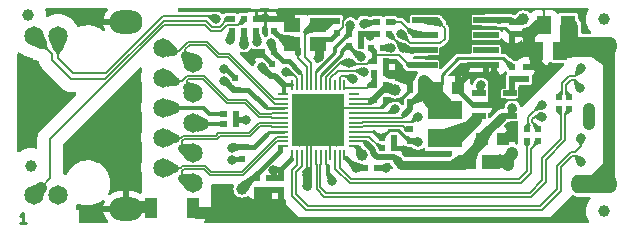
<source format=gbr>
%TF.GenerationSoftware,KiCad,Pcbnew,7.0.9-7.0.9~ubuntu22.04.1*%
%TF.CreationDate,2024-07-08T15:30:03+03:00*%
%TF.ProjectId,USB-GIGABIT_Rev_E,5553422d-4749-4474-9142-49545f526576,E*%
%TF.SameCoordinates,PX3473bc0PY4bd12e0*%
%TF.FileFunction,Copper,L1,Top*%
%TF.FilePolarity,Positive*%
%FSLAX46Y46*%
G04 Gerber Fmt 4.6, Leading zero omitted, Abs format (unit mm)*
G04 Created by KiCad (PCBNEW 7.0.9-7.0.9~ubuntu22.04.1) date 2024-07-08 15:30:03*
%MOMM*%
%LPD*%
G01*
G04 APERTURE LIST*
%ADD10C,0.222250*%
%TA.AperFunction,NonConductor*%
%ADD11C,0.222250*%
%TD*%
%TA.AperFunction,SMDPad,CuDef*%
%ADD12R,0.550000X0.500000*%
%TD*%
%TA.AperFunction,SMDPad,CuDef*%
%ADD13R,0.500000X0.550000*%
%TD*%
%TA.AperFunction,SMDPad,CuDef*%
%ADD14R,1.270000X1.524000*%
%TD*%
%TA.AperFunction,SMDPad,CuDef*%
%ADD15R,1.016000X1.778000*%
%TD*%
%TA.AperFunction,SMDPad,CuDef*%
%ADD16R,1.016000X1.016000*%
%TD*%
%TA.AperFunction,SMDPad,CuDef*%
%ADD17R,1.524000X1.270000*%
%TD*%
%TA.AperFunction,SMDPad,CuDef*%
%ADD18R,2.200000X0.600000*%
%TD*%
%TA.AperFunction,SMDPad,CuDef*%
%ADD19R,0.927000X0.200000*%
%TD*%
%TA.AperFunction,SMDPad,CuDef*%
%ADD20R,0.200000X0.927000*%
%TD*%
%TA.AperFunction,ComponentPad*%
%ADD21C,1.300000*%
%TD*%
%TA.AperFunction,ComponentPad*%
%ADD22C,1.800000*%
%TD*%
%TA.AperFunction,SMDPad,CuDef*%
%ADD23R,4.500000X4.500000*%
%TD*%
%TA.AperFunction,SMDPad,CuDef*%
%ADD24R,1.400000X1.200000*%
%TD*%
%TA.AperFunction,SMDPad,CuDef*%
%ADD25R,3.000000X1.600000*%
%TD*%
%TA.AperFunction,SMDPad,CuDef*%
%ADD26R,1.200000X0.550000*%
%TD*%
%TA.AperFunction,ConnectorPad*%
%ADD27C,1.000000*%
%TD*%
%TA.AperFunction,SMDPad,CuDef*%
%ADD28C,1.000000*%
%TD*%
%TA.AperFunction,ComponentPad*%
%ADD29C,1.650000*%
%TD*%
%TA.AperFunction,ComponentPad*%
%ADD30O,2.800000X2.000000*%
%TD*%
%TA.AperFunction,ComponentPad*%
%ADD31O,4.000000X1.600000*%
%TD*%
%TA.AperFunction,ViaPad*%
%ADD32C,0.800000*%
%TD*%
%TA.AperFunction,ViaPad*%
%ADD33C,1.000000*%
%TD*%
%TA.AperFunction,Conductor*%
%ADD34C,0.152400*%
%TD*%
%TA.AperFunction,Conductor*%
%ADD35C,0.304800*%
%TD*%
%TA.AperFunction,Conductor*%
%ADD36C,1.016000*%
%TD*%
%TA.AperFunction,Conductor*%
%ADD37C,0.508000*%
%TD*%
%TA.AperFunction,Conductor*%
%ADD38C,0.199900*%
%TD*%
%TA.AperFunction,Conductor*%
%ADD39C,0.762000*%
%TD*%
%TA.AperFunction,Conductor*%
%ADD40C,0.203200*%
%TD*%
%TA.AperFunction,Conductor*%
%ADD41C,0.254000*%
%TD*%
%TA.AperFunction,Conductor*%
%ADD42C,0.406400*%
%TD*%
%TA.AperFunction,Conductor*%
%ADD43C,1.524000*%
%TD*%
%TA.AperFunction,Conductor*%
%ADD44C,0.154940*%
%TD*%
%TA.AperFunction,Conductor*%
%ADD45C,0.250000*%
%TD*%
%TA.AperFunction,Conductor*%
%ADD46C,0.127000*%
%TD*%
%TA.AperFunction,Conductor*%
%ADD47C,0.177800*%
%TD*%
G04 APERTURE END LIST*
D10*
D11*
X1068550Y372353D02*
X560550Y372353D01*
X814550Y372353D02*
X814550Y1261353D01*
X814550Y1261353D02*
X729883Y1134353D01*
X729883Y1134353D02*
X645217Y1049686D01*
X645217Y1049686D02*
X560550Y1007353D01*
D12*
X46219000Y10031000D03*
X46219000Y11047000D03*
D13*
X17898000Y9650000D03*
X18914000Y9650000D03*
X17898000Y8761000D03*
X18914000Y8761000D03*
D14*
X46346000Y14984000D03*
X44314000Y14984000D03*
D12*
X42282000Y16381000D03*
X42282000Y17397000D03*
X27423000Y16508000D03*
X27423000Y17524000D03*
X22089000Y16635000D03*
X22089000Y17651000D03*
D15*
X11675000Y1649000D03*
X15231000Y1649000D03*
D12*
X21962000Y13841000D03*
X21962000Y12825000D03*
X20692000Y3173000D03*
X20692000Y4189000D03*
D16*
X39742000Y7491000D03*
X41520000Y7491000D03*
D13*
X32249000Y7618000D03*
X31233000Y7618000D03*
X29455000Y16381000D03*
X28439000Y16381000D03*
D12*
X18787000Y12698000D03*
X18787000Y11682000D03*
D16*
X35932000Y11809000D03*
X37710000Y11809000D03*
D12*
X19422000Y5840000D03*
X19422000Y6856000D03*
D13*
X21073000Y14857000D03*
X22089000Y14857000D03*
D12*
X33646000Y11682000D03*
X33646000Y10666000D03*
D13*
X29455000Y15365000D03*
X28439000Y15365000D03*
X31233000Y6700000D03*
X32249000Y6700000D03*
D12*
X22724000Y3173000D03*
X22724000Y4189000D03*
X21708000Y3173000D03*
X21708000Y4189000D03*
D13*
X30852000Y5078000D03*
X29836000Y5078000D03*
D17*
X40504000Y5586000D03*
X38472000Y5586000D03*
D12*
X43552000Y7364000D03*
X43552000Y8380000D03*
X44441000Y7364000D03*
X44441000Y8380000D03*
D14*
X46981000Y17143000D03*
X44949000Y17143000D03*
D13*
X30852000Y17397000D03*
X31868000Y17397000D03*
X31868000Y16381000D03*
X30852000Y16381000D03*
X31614000Y12063000D03*
X30598000Y12063000D03*
X31614000Y13079000D03*
X30598000Y13079000D03*
D12*
X33646000Y8380000D03*
X33646000Y7364000D03*
D13*
X31360000Y15238000D03*
X30344000Y15238000D03*
X30598000Y14095000D03*
X31614000Y14095000D03*
D18*
X34856000Y17547137D03*
X34856000Y16277137D03*
X34856000Y15007137D03*
X34856000Y13737137D03*
X40056000Y13737137D03*
X40056000Y15007137D03*
X40056000Y16277137D03*
X40056000Y17547137D03*
D19*
X22882488Y11294500D03*
X22882488Y10894500D03*
X22882488Y10494500D03*
X22882488Y10094500D03*
X22882488Y9694500D03*
X22882488Y9294500D03*
X22882488Y8894500D03*
X22882488Y8494500D03*
X22882488Y8094500D03*
X22882488Y7694500D03*
X22882488Y7294500D03*
X22882488Y6894500D03*
D20*
X23665988Y6111000D03*
X24065988Y6111000D03*
X24465988Y6111000D03*
X24865988Y6111000D03*
X25265988Y6111000D03*
X25665988Y6111000D03*
X26065988Y6111000D03*
X26465988Y6111000D03*
X26865988Y6111000D03*
X27265988Y6111000D03*
X27665988Y6111000D03*
X28065988Y6111000D03*
D19*
X28849488Y6894500D03*
X28849488Y7294500D03*
X28849488Y7694500D03*
X28849488Y8094500D03*
X28849488Y8494500D03*
X28849488Y8894500D03*
X28849488Y9294500D03*
X28849488Y9694500D03*
X28849488Y10094500D03*
X28849488Y10494500D03*
X28849488Y10894500D03*
X28849488Y11294500D03*
D20*
X28065988Y12078000D03*
X27665988Y12078000D03*
X27265988Y12078000D03*
X26865988Y12078000D03*
X26465988Y12078000D03*
X26065988Y12078000D03*
X25665988Y12078000D03*
X25265988Y12078000D03*
X24865988Y12078000D03*
X24465988Y12078000D03*
X24065988Y12078000D03*
X23665988Y12078000D03*
D21*
X27465988Y10694500D03*
X24265988Y10694500D03*
D22*
X25865988Y9094500D03*
D23*
X25865988Y9094500D03*
D21*
X27465988Y7494500D03*
X24265988Y7494500D03*
D24*
X23656000Y15581000D03*
X25856000Y15581000D03*
X25856000Y17181000D03*
X23656000Y17181000D03*
D13*
X30598000Y10793000D03*
X31614000Y10793000D03*
D12*
X19549000Y17651000D03*
X19549000Y16635000D03*
X18533000Y17651000D03*
X18533000Y16635000D03*
X20565000Y16635000D03*
X20565000Y17651000D03*
D25*
X36567000Y7561000D03*
X36567000Y9961000D03*
D12*
X43425000Y12571000D03*
X43425000Y13587000D03*
X42282000Y13587000D03*
X42282000Y12571000D03*
D26*
X39458000Y11362000D03*
X39458000Y10412000D03*
X39458000Y9462000D03*
X42058000Y9462000D03*
X42058000Y11362000D03*
D12*
X47108000Y10031000D03*
X47108000Y11047000D03*
D27*
X1515000Y5205000D03*
X50029000Y17651000D03*
D28*
X1261000Y18032000D03*
X50029000Y1395000D03*
D29*
X12691500Y15215000D03*
X15231500Y13945000D03*
X12691500Y12675000D03*
X15231500Y11405000D03*
X12691500Y10135000D03*
X15231500Y8865000D03*
X12691500Y7595000D03*
X15231500Y6325000D03*
X12691500Y5055000D03*
X15231500Y3785000D03*
X3801500Y16231000D03*
X1769500Y16231000D03*
X3801500Y2769000D03*
X1769500Y2769000D03*
D30*
X9541500Y17400000D03*
X9541500Y1600000D03*
D31*
X49200000Y15350000D03*
X49200000Y3650000D03*
D32*
X24883000Y3554000D03*
D33*
X40758000Y10539000D03*
X43044000Y14984000D03*
X42155000Y8507000D03*
X43679000Y16381000D03*
X37710000Y17270000D03*
D32*
X25899000Y14476000D03*
X17898000Y13460000D03*
D33*
X40758000Y12825000D03*
X38218000Y13460000D03*
X21200000Y2157000D03*
X46854000Y1141000D03*
X44949000Y13206000D03*
X19295000Y1014000D03*
D32*
X21327000Y17778000D03*
X24883000Y4443000D03*
X18533000Y5713000D03*
X22724000Y18159000D03*
X20311000Y14603000D03*
X19694500Y9142000D03*
D33*
X48759000Y8761000D03*
D32*
X33265000Y6475000D03*
D33*
X33392000Y12571000D03*
D32*
X31614000Y5078000D03*
X30217000Y16254000D03*
D33*
X22978000Y1014000D03*
X48759000Y10031000D03*
D32*
X34281000Y7237000D03*
X28566000Y17143000D03*
D33*
X29582000Y6104503D03*
X19422000Y3300000D03*
D32*
X21073000Y13587000D03*
D33*
X43195230Y17626770D03*
X32376000Y11682000D03*
D32*
X31995000Y15238000D03*
D33*
X9389000Y7872000D03*
X6595000Y7872000D03*
X8881000Y4189000D03*
X9389000Y10920000D03*
X1388000Y7618000D03*
X1388000Y10666000D03*
X1388000Y13968000D03*
X3801000Y10666000D03*
D32*
X39615000Y12044500D03*
X42282000Y10158000D03*
X27042000Y3935000D03*
X29455000Y14476000D03*
D33*
X34789000Y11301000D03*
D32*
X29074000Y5078000D03*
X17898000Y12444000D03*
X18533000Y6729000D03*
D33*
X34789000Y12444000D03*
D32*
X22033476Y4879524D03*
X21835000Y15619000D03*
X33011000Y15238000D03*
X28820000Y12571000D03*
X20692000Y15746000D03*
X23105000Y13206000D03*
X47997000Y11809000D03*
X48098600Y13500000D03*
D33*
X41901000Y5332000D03*
X42282000Y6348000D03*
D32*
X34281000Y9396000D03*
X17212200Y17651000D03*
X18406000Y15873000D03*
X29709000Y17270000D03*
X32376000Y10031000D03*
X44822000Y10412000D03*
X44822000Y9396000D03*
X48060108Y7618000D03*
X48124000Y5586000D03*
X32884000Y16381000D03*
X29709000Y13206000D03*
X28439000Y13968000D03*
X19549000Y15492000D03*
D34*
X27937400Y17530400D02*
X28185000Y17778000D01*
X27937400Y17022400D02*
X27937400Y17530400D01*
X27423000Y16508000D02*
X27937400Y17022400D01*
D35*
X16628000Y9650000D02*
X16143000Y10135000D01*
X17898000Y9650000D02*
X16628000Y9650000D01*
D36*
X12691500Y10135000D02*
X13653800Y10135000D01*
D35*
X13653800Y10135000D02*
X16143000Y10135000D01*
D37*
X38472000Y12825000D02*
X38548200Y12901200D01*
D38*
X24883000Y4443000D02*
X25265988Y4825988D01*
X24865988Y6111000D02*
X24865988Y4460012D01*
D37*
X30090000Y16381000D02*
X30217000Y16254000D01*
X38495137Y13737137D02*
X38218000Y13460000D01*
X31868000Y12825000D02*
X31614000Y13079000D01*
D39*
X25856000Y15581000D02*
X25899000Y15538000D01*
D40*
X28065988Y10094500D02*
X27465988Y10694500D01*
D37*
X40056000Y13737137D02*
X38495137Y13737137D01*
X38548200Y12901200D02*
X40681800Y12901200D01*
X33138000Y12825000D02*
X31868000Y12825000D01*
D40*
X48251000Y18000000D02*
X47759000Y18492000D01*
D37*
X23656000Y17181000D02*
X23186000Y17651000D01*
D41*
X24865988Y4460012D02*
X24883000Y4443000D01*
X42282000Y16381000D02*
X42155000Y16381000D01*
X20565000Y17651000D02*
X20565000Y18413000D01*
D36*
X43679000Y14984000D02*
X43679000Y16381000D01*
D37*
X23232000Y17605000D02*
X23232000Y18286000D01*
D42*
X26249600Y15974600D02*
X26889600Y15974600D01*
D37*
X20692000Y3173000D02*
X21200000Y3173000D01*
X40758000Y13737137D02*
X40758000Y12825000D01*
D40*
X28849488Y10094500D02*
X28065988Y10094500D01*
D38*
X25265988Y4825988D02*
X25265988Y6111000D01*
D39*
X24883000Y4443000D02*
X24883000Y3554000D01*
D42*
X18787000Y12698000D02*
X18025000Y13460000D01*
D37*
X23656000Y17181000D02*
X23232000Y17605000D01*
D36*
X44568000Y17143000D02*
X43806000Y16381000D01*
D41*
X31614000Y10793000D02*
X32020400Y10793000D01*
D37*
X30344000Y16381000D02*
X30217000Y16254000D01*
X36694000Y18286000D02*
X37710000Y17270000D01*
D38*
X24865988Y6174500D02*
X24865988Y7764500D01*
D37*
X22724000Y18159000D02*
X22851000Y18286000D01*
D41*
X22470000Y18413000D02*
X22724000Y18159000D01*
D36*
X19041000Y1268000D02*
X19295000Y1014000D01*
D37*
X40631000Y10412000D02*
X39458000Y10412000D01*
X44060000Y13587000D02*
X44314000Y13841000D01*
D40*
X31614000Y10361200D02*
X31347300Y10094500D01*
X31614000Y10793000D02*
X31614000Y10361200D01*
D37*
X38218000Y13079000D02*
X38472000Y12825000D01*
D40*
X31614000Y10386600D02*
X32020400Y10793000D01*
D37*
X21200000Y2157000D02*
X21200000Y3173000D01*
D40*
X44822000Y18492000D02*
X44949000Y18365000D01*
D41*
X32020400Y10793000D02*
X32757000Y10793000D01*
D37*
X21454000Y17651000D02*
X21327000Y17778000D01*
D38*
X26865988Y6174500D02*
X26865988Y7764500D01*
D37*
X38218000Y13460000D02*
X38218000Y13079000D01*
D36*
X43044000Y14984000D02*
X44314000Y14984000D01*
D41*
X21327000Y17778000D02*
X21327000Y18413000D01*
D37*
X20692000Y17778000D02*
X20565000Y17651000D01*
D36*
X44314000Y14984000D02*
X43679000Y14984000D01*
D37*
X37710000Y12063000D02*
X38472000Y12825000D01*
X21200000Y14603000D02*
X20311000Y14603000D01*
D40*
X41037400Y10818400D02*
X42764600Y10818400D01*
D37*
X40681800Y12901200D02*
X40758000Y12825000D01*
X33646000Y12317000D02*
X33392000Y12571000D01*
D36*
X15612000Y1268000D02*
X19041000Y1268000D01*
D38*
X25265988Y7364500D02*
X24700988Y7929500D01*
D41*
X32757000Y10793000D02*
X33646000Y11682000D01*
D37*
X33392000Y12571000D02*
X33138000Y12825000D01*
D42*
X26889600Y15974600D02*
X27423000Y16508000D01*
X31614000Y14095000D02*
X31614000Y13079000D01*
D38*
X24865988Y7764500D02*
X24700988Y7929500D01*
D37*
X23232000Y18286000D02*
X36694000Y18286000D01*
X37710000Y11809000D02*
X37710000Y12063000D01*
X43425000Y13587000D02*
X44060000Y13587000D01*
D40*
X31614000Y10640600D02*
X31614000Y10793000D01*
D41*
X21327000Y18413000D02*
X22470000Y18413000D01*
D37*
X18914000Y8761000D02*
X18914000Y9142000D01*
D41*
X33265000Y6475000D02*
X33040000Y6700000D01*
D38*
X25265988Y6174500D02*
X25265988Y7364500D01*
D36*
X43806000Y16381000D02*
X43679000Y16381000D01*
D37*
X19694500Y9142000D02*
X18914000Y9142000D01*
D40*
X44822000Y18492000D02*
X42500000Y18492000D01*
D37*
X40758000Y10539000D02*
X40631000Y10412000D01*
D42*
X21962000Y13841000D02*
X21073000Y14730000D01*
X46346000Y633000D02*
X46854000Y1141000D01*
D37*
X22851000Y18286000D02*
X23232000Y18286000D01*
D39*
X25899000Y15538000D02*
X25899000Y14476000D01*
D37*
X21200000Y3173000D02*
X21708000Y3173000D01*
D38*
X26865988Y7764500D02*
X27030988Y7929500D01*
D37*
X21073000Y14730000D02*
X21073000Y14857000D01*
D40*
X40758000Y10539000D02*
X41037400Y10818400D01*
D36*
X15231000Y1649000D02*
X15612000Y1268000D01*
D42*
X18025000Y13460000D02*
X17898000Y13460000D01*
D37*
X21327000Y17778000D02*
X20692000Y17778000D01*
D38*
X27195988Y10094500D02*
X27030988Y10259500D01*
D40*
X44949000Y18365000D02*
X44949000Y17143000D01*
D36*
X48759000Y10031000D02*
X48759000Y8761000D01*
D40*
X31347300Y10094500D02*
X31067900Y10094500D01*
D42*
X18660000Y5840000D02*
X19422000Y5840000D01*
D37*
X18914000Y9142000D02*
X18914000Y9650000D01*
D41*
X41647000Y16889000D02*
X41393000Y16889000D01*
D37*
X42282000Y16381000D02*
X43679000Y16381000D01*
D36*
X44314000Y13841000D02*
X44949000Y13206000D01*
D37*
X23186000Y17651000D02*
X22089000Y17651000D01*
D40*
X28849488Y10094500D02*
X31067900Y10094500D01*
D42*
X25856000Y15581000D02*
X26249600Y15974600D01*
D36*
X44314000Y14984000D02*
X44314000Y13841000D01*
D41*
X33040000Y6700000D02*
X32249000Y6700000D01*
D40*
X47759000Y18492000D02*
X44822000Y18492000D01*
D39*
X42155000Y8507000D02*
X42155000Y8126000D01*
D37*
X33646000Y11682000D02*
X33646000Y12317000D01*
D41*
X20565000Y18413000D02*
X14342000Y18413000D01*
X21327000Y17778000D02*
X21327000Y16406400D01*
D37*
X21708000Y3173000D02*
X22724000Y3173000D01*
D42*
X39458000Y10412000D02*
X38980000Y10412000D01*
D41*
X42155000Y16381000D02*
X41647000Y16889000D01*
D36*
X44949000Y17143000D02*
X44568000Y17143000D01*
D40*
X31067900Y10094500D02*
X31614000Y10640600D01*
D37*
X29455000Y16381000D02*
X30090000Y16381000D01*
D42*
X22978000Y1014000D02*
X23359000Y633000D01*
D37*
X30852000Y16381000D02*
X30344000Y16381000D01*
D42*
X23359000Y633000D02*
X46346000Y633000D01*
D40*
X31614000Y10361200D02*
X31614000Y10386600D01*
D36*
X40758000Y12825000D02*
X40758000Y10539000D01*
D41*
X20565000Y18413000D02*
X21327000Y18413000D01*
D42*
X29455000Y15365000D02*
X29455000Y16381000D01*
X37710000Y11682000D02*
X37710000Y11809000D01*
D37*
X22089000Y17651000D02*
X21454000Y17651000D01*
D42*
X18533000Y5713000D02*
X18660000Y5840000D01*
X38980000Y10412000D02*
X37710000Y11682000D01*
D37*
X40056000Y13737137D02*
X40758000Y13737137D01*
D39*
X42155000Y8126000D02*
X41520000Y7491000D01*
D42*
X31614000Y5078000D02*
X30852000Y5078000D01*
D36*
X15335500Y8761000D02*
X16120000Y8761000D01*
D35*
X17898000Y8761000D02*
X16120000Y8761000D01*
D36*
X15231500Y8865000D02*
X15335500Y8761000D01*
D43*
X47108000Y17016000D02*
X47108000Y15350000D01*
D36*
X50458000Y15413000D02*
X50458000Y3650000D01*
X49200000Y15350000D02*
X49263000Y15413000D01*
X49200000Y15350000D02*
X47108000Y15350000D01*
X49263000Y15413000D02*
X50458000Y15413000D01*
X48834000Y14984000D02*
X49200000Y15350000D01*
X46346000Y14984000D02*
X48834000Y14984000D01*
X50458000Y3650000D02*
X49200000Y3650000D01*
X46981000Y17143000D02*
X47108000Y17016000D01*
D37*
X31512400Y11682000D02*
X31448900Y11745500D01*
X34281000Y7237000D02*
X34154000Y7364000D01*
D40*
X23665988Y12078000D02*
X23650988Y12063000D01*
D37*
X43195230Y17626770D02*
X42965460Y17397000D01*
D40*
X30496500Y10894500D02*
X30598000Y10793000D01*
D35*
X22978000Y11390012D02*
X22978000Y12063000D01*
D37*
X42965460Y17397000D02*
X42282000Y17397000D01*
D40*
X28849488Y10894500D02*
X30496500Y10894500D01*
D41*
X32630000Y8253000D02*
X33519000Y7364000D01*
X31233000Y7618000D02*
X31055200Y7618000D01*
D37*
X34154000Y7364000D02*
X33646000Y7364000D01*
X28439000Y17016000D02*
X28566000Y17143000D01*
D40*
X22978000Y11390012D02*
X22882488Y11294500D01*
D37*
X31448900Y11745500D02*
X31614000Y11910600D01*
X20311000Y4189000D02*
X20692000Y4189000D01*
X31614000Y11910600D02*
X30598000Y10894600D01*
D35*
X27296000Y14857000D02*
X27296000Y15238000D01*
D37*
X31614000Y12063000D02*
X31614000Y11910600D01*
X29582000Y6348000D02*
X29201000Y6729000D01*
D40*
X29014988Y6729000D02*
X29201000Y6729000D01*
D38*
X29582000Y6104503D02*
X29575985Y6104503D01*
D35*
X23613000Y12063000D02*
X22978000Y12063000D01*
X31055200Y7618000D02*
X30578700Y8094500D01*
D40*
X28849488Y10494500D02*
X30299500Y10494500D01*
X25665988Y13244794D02*
X25665988Y12014500D01*
D37*
X21962000Y12825000D02*
X22216000Y12825000D01*
D41*
X31233000Y7618000D02*
X31868000Y8253000D01*
D37*
X40056000Y17547137D02*
X42131863Y17547137D01*
D40*
X23650988Y12063000D02*
X23613000Y12063000D01*
D42*
X20692000Y4189000D02*
X20692000Y4570000D01*
X22597000Y6475000D02*
X22597000Y6754400D01*
D37*
X19422000Y3300000D02*
X20311000Y4189000D01*
D35*
X27296000Y15238000D02*
X28439000Y16381000D01*
D37*
X32376000Y11682000D02*
X31512400Y11682000D01*
D38*
X30578700Y8094500D02*
X28785988Y8094500D01*
D37*
X42131863Y17547137D02*
X42282000Y17397000D01*
X29582000Y6104503D02*
X29582000Y6348000D01*
D40*
X30299500Y10494500D02*
X30598000Y10793000D01*
D37*
X30598000Y10894600D02*
X30598000Y10793000D01*
D41*
X31868000Y8253000D02*
X32630000Y8253000D01*
D40*
X27296000Y14857000D02*
X27278194Y14857000D01*
D41*
X33519000Y7364000D02*
X33646000Y7364000D01*
D40*
X28849488Y6894500D02*
X29014988Y6729000D01*
D37*
X28439000Y16381000D02*
X28439000Y17016000D01*
X21073000Y13587000D02*
X21835000Y12825000D01*
D40*
X22882488Y6894500D02*
X22742388Y6754400D01*
D37*
X31360000Y15238000D02*
X31995000Y15238000D01*
X22216000Y12825000D02*
X22978000Y12063000D01*
D41*
X27278194Y14857000D02*
X25665988Y13244794D01*
D37*
X21835000Y12825000D02*
X21962000Y12825000D01*
D40*
X22742388Y6754400D02*
X22597000Y6754400D01*
D42*
X20692000Y4570000D02*
X22597000Y6475000D01*
D37*
X25429000Y17181000D02*
X25856000Y17181000D01*
X25856000Y17181000D02*
X26199000Y17524000D01*
X24832200Y16584200D02*
X25429000Y17181000D01*
D44*
X26010000Y17130200D02*
X25959200Y17181000D01*
D35*
X25811678Y17130200D02*
X25856000Y17174522D01*
X25856000Y17174522D02*
X25856000Y17181000D01*
D40*
X24832200Y16584200D02*
X24756000Y16508000D01*
D37*
X26199000Y17524000D02*
X27423000Y17524000D01*
D40*
X24756000Y16508000D02*
X24756000Y14476000D01*
D44*
X25959200Y17181000D02*
X25856000Y17181000D01*
D40*
X24756000Y14476000D02*
X25265988Y13966012D01*
X25265988Y13966012D02*
X25265988Y12078000D01*
X24121000Y14349000D02*
X24865988Y13604012D01*
D35*
X23681512Y15581000D02*
X23656000Y15581000D01*
D42*
X22749400Y15974600D02*
X22089000Y16635000D01*
D40*
X24865988Y13604012D02*
X24865988Y12078000D01*
D42*
X23656000Y15581000D02*
X23262400Y15974600D01*
X23262400Y15974600D02*
X22749400Y15974600D01*
D37*
X24121000Y15116000D02*
X23656000Y15581000D01*
X24121000Y14730000D02*
X24121000Y15116000D01*
D40*
X24121000Y14730000D02*
X24121000Y14349000D01*
D39*
X11571000Y1753000D02*
X11675000Y1649000D01*
D36*
X9389500Y1753000D02*
X11571000Y1753000D01*
D41*
X41459000Y9462000D02*
X42058000Y9462000D01*
D37*
X29886800Y7186200D02*
X30471000Y6602000D01*
D39*
X39742000Y7491000D02*
X39742000Y7237000D01*
D41*
X41393000Y9396000D02*
X41459000Y9462000D01*
D37*
X30788500Y5967000D02*
X32249000Y5967000D01*
X30471000Y6602000D02*
X30471000Y6284500D01*
D39*
X38472000Y5967000D02*
X38472000Y5586000D01*
X39742000Y7237000D02*
X38472000Y5967000D01*
D38*
X29886800Y7186200D02*
X29778500Y7294500D01*
D37*
X32249000Y5967000D02*
X32503000Y5713000D01*
X42282000Y9686000D02*
X42282000Y10158000D01*
D39*
X32884000Y5332000D02*
X38218000Y5332000D01*
X38218000Y5332000D02*
X38472000Y5586000D01*
D37*
X39458000Y11362000D02*
X39615000Y11519000D01*
X39615000Y11519000D02*
X39615000Y12044500D01*
D39*
X41393000Y9396000D02*
X39742000Y7745000D01*
D37*
X42058000Y9462000D02*
X42282000Y9686000D01*
D39*
X39742000Y7745000D02*
X39742000Y7491000D01*
X32503000Y5713000D02*
X32884000Y5332000D01*
D37*
X30471000Y6284500D02*
X30788500Y5967000D01*
D38*
X29778500Y7294500D02*
X28785988Y7294500D01*
D40*
X26465988Y6111000D02*
X26465988Y5400012D01*
D41*
X36313000Y12952000D02*
X36313000Y12190000D01*
D42*
X22724000Y4951000D02*
X22652524Y4879524D01*
D36*
X34789000Y11301000D02*
X34789000Y11809000D01*
D40*
X28185000Y5865400D02*
X28065988Y5984412D01*
D36*
X35424000Y11809000D02*
X34789000Y12444000D01*
D42*
X22851000Y14095000D02*
X23359000Y14095000D01*
D40*
X24465988Y12078000D02*
X24465988Y12988012D01*
D35*
X27826847Y14879847D02*
X27826847Y14707153D01*
D42*
X23359000Y14095000D02*
X24248000Y13206000D01*
D40*
X28065988Y5984412D02*
X28065988Y6111000D01*
D42*
X28185000Y5865400D02*
X28972400Y5078000D01*
D36*
X35932000Y11809000D02*
X35424000Y11809000D01*
D42*
X22652524Y4879524D02*
X22033476Y4879524D01*
X18660000Y11682000D02*
X17898000Y12444000D01*
D37*
X34789000Y11301000D02*
X34535000Y11301000D01*
D41*
X26065988Y12946294D02*
X27826847Y14707153D01*
D40*
X26065988Y12946294D02*
X26065988Y12014500D01*
D37*
X21708000Y4189000D02*
X22089000Y4189000D01*
D35*
X29328000Y14476000D02*
X28439000Y15365000D01*
D36*
X35494000Y10596000D02*
X34789000Y11301000D01*
D41*
X36313000Y12190000D02*
X35932000Y11809000D01*
D42*
X21327000Y10285000D02*
X19930000Y11682000D01*
X18533000Y6729000D02*
X18660000Y6856000D01*
D41*
X21454000Y7872000D02*
X21676500Y8094500D01*
D35*
X29455000Y14476000D02*
X29328000Y14476000D01*
D42*
X22724000Y4189000D02*
X22724000Y4951000D01*
D37*
X22089000Y4189000D02*
X22724000Y4189000D01*
X22089000Y4824000D02*
X22089000Y4189000D01*
D40*
X28439000Y15319306D02*
X28439000Y15365000D01*
X28785988Y9294500D02*
X32909500Y9294500D01*
D36*
X34789000Y11809000D02*
X34789000Y12444000D01*
D42*
X21835000Y15365000D02*
X22089000Y15111000D01*
D41*
X41520000Y14349000D02*
X37710000Y14349000D01*
D37*
X42282000Y13587000D02*
X42028000Y13841000D01*
D45*
X18660000Y11682000D02*
X18787000Y11682000D01*
D41*
X37710000Y14349000D02*
X36313000Y12952000D01*
D42*
X21454000Y7872000D02*
X20438000Y6856000D01*
X22089000Y15111000D02*
X22089000Y14857000D01*
X29074000Y5078000D02*
X29836000Y5078000D01*
D37*
X34535000Y11301000D02*
X33900000Y10666000D01*
D41*
X42028000Y13841000D02*
X41520000Y14349000D01*
D35*
X27042000Y4062000D02*
X26661000Y4443000D01*
X27042000Y3935000D02*
X27042000Y4062000D01*
X28439000Y15365000D02*
X28312000Y15365000D01*
D42*
X28972400Y5078000D02*
X29074000Y5078000D01*
D37*
X22033476Y4879524D02*
X22089000Y4824000D01*
D42*
X19930000Y11682000D02*
X18787000Y11682000D01*
D35*
X26661000Y4443000D02*
X26661000Y5205000D01*
D36*
X35932000Y10596000D02*
X35932000Y11809000D01*
D42*
X21835000Y15619000D02*
X21835000Y15365000D01*
X22724000Y4951000D02*
X23562200Y5789200D01*
X20438000Y6856000D02*
X19422000Y6856000D01*
D41*
X22945988Y10094500D02*
X21517500Y10094500D01*
D37*
X33900000Y10666000D02*
X33646000Y10666000D01*
D40*
X26465988Y5400012D02*
X26661000Y5205000D01*
X23562200Y6007212D02*
X23562200Y5789200D01*
X24465988Y12988012D02*
X24248000Y13206000D01*
X23665988Y6111000D02*
X23562200Y6007212D01*
D37*
X33646000Y10031000D02*
X33646000Y10666000D01*
D36*
X35932000Y11809000D02*
X34789000Y11809000D01*
D37*
X33138000Y9523000D02*
X33646000Y10031000D01*
D36*
X35932000Y10596000D02*
X35494000Y10596000D01*
X36567000Y9961000D02*
X35932000Y10596000D01*
D42*
X18660000Y6856000D02*
X19422000Y6856000D01*
D40*
X32909500Y9294500D02*
X33138000Y9523000D01*
D41*
X21517500Y10094500D02*
X21327000Y10285000D01*
X21676500Y8094500D02*
X22945988Y8094500D01*
D42*
X22089000Y14857000D02*
X22851000Y14095000D01*
D35*
X28312000Y15365000D02*
X27826847Y14879847D01*
D34*
X4944000Y12571000D02*
X7801500Y12571000D01*
X17502868Y17016000D02*
X18137868Y17651000D01*
X2392750Y15607750D02*
X3293000Y14707500D01*
X7801500Y12571000D02*
X12754500Y17524000D01*
D37*
X18533000Y17651000D02*
X18152000Y17651000D01*
D34*
X3293000Y14222000D02*
X4944000Y12571000D01*
X18137868Y17651000D02*
X18152000Y17651000D01*
D36*
X1769500Y16231000D02*
X2392750Y15607750D01*
D34*
X16374000Y17524000D02*
X16882000Y17016000D01*
X16882000Y17016000D02*
X17502868Y17016000D01*
X12754500Y17524000D02*
X16374000Y17524000D01*
X3293000Y14707500D02*
X3293000Y14222000D01*
X18025000Y17079500D02*
X17580500Y16635000D01*
X3166000Y4165500D02*
X2352250Y3351750D01*
D42*
X19549000Y17651000D02*
X19295000Y17397000D01*
D34*
X3166000Y7540368D02*
X3166000Y4165500D01*
X16247000Y17143000D02*
X12768632Y17143000D01*
X12768632Y17143000D02*
X3166000Y7540368D01*
D46*
X18088500Y17143000D02*
X19041000Y17143000D01*
D34*
X16755000Y16635000D02*
X16247000Y17143000D01*
D46*
X18025000Y17079500D02*
X18088500Y17143000D01*
D36*
X1769500Y2769000D02*
X2352250Y3351750D01*
D34*
X17580500Y16635000D02*
X16755000Y16635000D01*
D46*
X19041000Y17143000D02*
X19295000Y17397000D01*
D40*
X31160400Y6700000D02*
X31233000Y6700000D01*
X30165900Y7694500D02*
X31160400Y6700000D01*
X28785988Y7694500D02*
X30165900Y7694500D01*
D37*
X39458000Y9366000D02*
X39234000Y9142000D01*
D36*
X37653000Y7561000D02*
X39234000Y9142000D01*
X36567000Y7561000D02*
X37653000Y7561000D01*
D37*
X39458000Y9462000D02*
X39458000Y9366000D01*
D34*
X32884000Y17397000D02*
X33646000Y16635000D01*
D37*
X31868000Y17397000D02*
X32249000Y17397000D01*
X34003863Y16277137D02*
X33646000Y16635000D01*
X34856000Y16277137D02*
X34003863Y16277137D01*
D34*
X32249000Y17397000D02*
X32884000Y17397000D01*
X28566000Y12825000D02*
X27795588Y12825000D01*
X28820000Y12571000D02*
X28566000Y12825000D01*
D37*
X34856000Y15007137D02*
X33241863Y15007137D01*
D34*
X27795588Y12825000D02*
X27665988Y12695400D01*
D37*
X33241863Y15007137D02*
X33011000Y15238000D01*
D38*
X27665988Y12695400D02*
X27665988Y12014500D01*
D37*
X31868000Y16381000D02*
X32122000Y16127000D01*
D34*
X32122000Y16127000D02*
X33011000Y15238000D01*
D40*
X23486000Y13206000D02*
X24065988Y12626012D01*
D37*
X20565000Y15873000D02*
X20565000Y16635000D01*
D40*
X23105000Y13206000D02*
X23486000Y13206000D01*
X24065988Y12626012D02*
X24065988Y12078000D01*
D37*
X20692000Y15746000D02*
X20565000Y15873000D01*
D40*
X28065988Y11809000D02*
X28065988Y12078000D01*
D37*
X30598000Y12063000D02*
X30217000Y12063000D01*
D40*
X29963000Y11809000D02*
X28065988Y11809000D01*
X30217000Y12063000D02*
X29963000Y11809000D01*
D42*
X30598000Y12063000D02*
X30598000Y13079000D01*
D40*
X28785988Y8494500D02*
X29569500Y8494500D01*
D34*
X29569500Y8494500D02*
X29709000Y8634000D01*
X33011000Y8634000D02*
X33265000Y8380000D01*
X29709000Y8634000D02*
X33011000Y8634000D01*
D42*
X33265000Y8380000D02*
X33646000Y8380000D01*
D37*
X43425000Y12571000D02*
X42282000Y12571000D01*
X42058000Y11362000D02*
X42282000Y11586000D01*
X42282000Y11586000D02*
X42282000Y12571000D01*
D47*
X46828600Y12102563D02*
X47220837Y12494800D01*
X46828600Y11326400D02*
X46828600Y12102563D01*
X47997000Y12063000D02*
X47997000Y11809000D01*
X47108000Y11047000D02*
X46828600Y11326400D01*
X47565200Y12494800D02*
X47997000Y12063000D01*
X47220837Y12494800D02*
X47565200Y12494800D01*
X47108000Y9954800D02*
X47108000Y10031000D01*
D40*
X25665988Y6111000D02*
X25665988Y5415749D01*
D47*
X43874388Y2626900D02*
X45114100Y3866612D01*
X45114100Y5751100D02*
X46752400Y7389401D01*
X43874388Y2626900D02*
X26338612Y2626900D01*
X26338612Y2626900D02*
X25700888Y3264624D01*
X25665988Y5415749D02*
X25700888Y5380849D01*
X46752400Y7389401D02*
X46752400Y9599200D01*
X25700888Y5380849D02*
X25700888Y3264624D01*
X46752400Y9599200D02*
X47108000Y9954800D01*
X45114100Y3866612D02*
X45114100Y5751100D01*
X48098600Y13307600D02*
X47616000Y12825000D01*
X46498400Y12239337D02*
X46498400Y11326400D01*
X48098600Y13500000D02*
X48098600Y13307600D01*
X46498400Y11326400D02*
X46219000Y11047000D01*
X47084063Y12825000D02*
X46498400Y12239337D01*
X47616000Y12825000D02*
X47084063Y12825000D01*
D40*
X26065988Y6111000D02*
X26065988Y5415749D01*
D47*
X43737612Y2957100D02*
X44783900Y4003388D01*
X26031088Y5380849D02*
X26031088Y3401400D01*
X46422200Y7526174D02*
X46422200Y9726200D01*
X26065988Y5415749D02*
X26031088Y5380849D01*
X46422200Y9726200D02*
X46219000Y9929400D01*
X44783900Y4003388D02*
X44783900Y5887874D01*
X43737612Y2957100D02*
X26475388Y2957100D01*
X26475388Y2957100D02*
X26031088Y3401400D01*
X44783900Y5887874D02*
X46422200Y7526174D01*
X46219000Y9929400D02*
X46219000Y10031000D01*
D36*
X42282000Y6348000D02*
X42282000Y6221000D01*
X40504000Y5586000D02*
X41647000Y5586000D01*
X42282000Y6221000D02*
X41901000Y5840000D01*
X41901000Y5840000D02*
X41901000Y5332000D01*
X41647000Y5586000D02*
X41901000Y5840000D01*
D34*
X16755000Y17905000D02*
X12740368Y17905000D01*
X12740368Y17905000D02*
X7914368Y13079000D01*
X7914368Y13079000D02*
X5071000Y13079000D01*
X17212200Y17651000D02*
X17009000Y17651000D01*
X3801500Y14348500D02*
X3801500Y15365000D01*
D40*
X28849488Y8894500D02*
X29512300Y8894500D01*
D34*
X17009000Y17651000D02*
X16755000Y17905000D01*
X29512300Y8894500D02*
X29582000Y8964200D01*
X29582000Y8964200D02*
X33849200Y8964200D01*
D36*
X3801500Y16231000D02*
X3801500Y15365000D01*
D34*
X5071000Y13079000D02*
X3801500Y14348500D01*
X34281000Y9396000D02*
X33849200Y8964200D01*
D37*
X18533000Y16635000D02*
X18533000Y16000000D01*
D34*
X32039500Y9694500D02*
X29664500Y9694500D01*
D42*
X29836000Y17397000D02*
X30852000Y17397000D01*
D37*
X18533000Y16000000D02*
X18406000Y15873000D01*
D34*
X32376000Y10031000D02*
X32039500Y9694500D01*
D42*
X29709000Y17270000D02*
X29836000Y17397000D01*
D40*
X28849488Y9694500D02*
X29664500Y9694500D01*
D46*
X16702396Y4443000D02*
X19474604Y4443000D01*
X19474604Y4443000D02*
X22326104Y7294500D01*
X14342000Y4189000D02*
X14291200Y4239800D01*
X14291200Y4794990D02*
X14447210Y4951000D01*
D39*
X14746000Y3785000D02*
X14342000Y4189000D01*
D40*
X22882488Y7294500D02*
X22379986Y7294500D01*
D46*
X14447210Y4951000D02*
X16194394Y4951000D01*
X16194394Y4951000D02*
X16702396Y4443000D01*
X22326104Y7294500D02*
X22379986Y7294500D01*
X14291200Y4239800D02*
X14291200Y4794990D01*
D39*
X15231500Y3785000D02*
X14746000Y3785000D01*
D46*
X16807606Y4697000D02*
X19369394Y4697000D01*
X14192000Y5055000D02*
X14342000Y5205000D01*
D39*
X12691500Y5055000D02*
X13603000Y5055000D01*
D40*
X22366894Y7694500D02*
X22882488Y7694500D01*
D46*
X14342000Y5205000D02*
X16299606Y5205000D01*
X13603000Y5055000D02*
X14192000Y5055000D01*
X19369394Y4697000D02*
X22366894Y7694500D01*
X16299606Y5205000D02*
X16807606Y4697000D01*
X17491600Y7719600D02*
X20084206Y7719600D01*
X14342000Y6729000D02*
X14342000Y7338600D01*
X20932106Y8567500D02*
X21860400Y8567500D01*
X17263000Y7491000D02*
X17491600Y7719600D01*
D39*
X14746000Y6325000D02*
X14342000Y6729000D01*
D46*
X21933400Y8494500D02*
X22187237Y8494500D01*
D39*
X15231500Y6325000D02*
X14746000Y6325000D01*
D46*
X21860400Y8567500D02*
X21933400Y8494500D01*
X14342000Y7338600D02*
X14494400Y7491000D01*
X20084206Y7719600D02*
X20932106Y8567500D01*
X14494400Y7491000D02*
X17263000Y7491000D01*
D40*
X22187237Y8494500D02*
X22882488Y8494500D01*
D46*
X17157790Y7745000D02*
X17386390Y7973600D01*
X14389190Y7745000D02*
X17157790Y7745000D01*
D40*
X22187237Y8894500D02*
X22882488Y8894500D01*
D46*
X13684000Y7595000D02*
X14239190Y7595000D01*
D39*
X12691500Y7595000D02*
X13684000Y7595000D01*
D46*
X20826894Y8821500D02*
X21835000Y8821500D01*
X21835000Y8821500D02*
X21908000Y8894500D01*
X14239190Y7595000D02*
X14389190Y7745000D01*
X19978994Y7973600D02*
X20826894Y8821500D01*
X17386390Y7973600D02*
X19978994Y7973600D01*
X21908000Y8894500D02*
X22187237Y8894500D01*
X18099394Y10539000D02*
X16067394Y12571000D01*
X21835000Y9367500D02*
X20794894Y9367500D01*
X21908000Y9294500D02*
X21835000Y9367500D01*
X14850000Y12571000D02*
X14723000Y12444000D01*
D39*
X15231500Y11405000D02*
X14723000Y11913500D01*
D46*
X22187237Y9294500D02*
X21908000Y9294500D01*
D40*
X22187237Y9294500D02*
X22882488Y9294500D01*
D46*
X16067394Y12571000D02*
X14850000Y12571000D01*
X14723000Y12444000D02*
X14723000Y11913500D01*
X19623394Y10539000D02*
X18099394Y10539000D01*
X20794894Y9367500D02*
X19623394Y10539000D01*
X13707000Y12444000D02*
X14342000Y12444000D01*
X19728604Y10793000D02*
X20900106Y9621500D01*
X14723000Y12825000D02*
X16172606Y12825000D01*
X18204606Y10793000D02*
X19728604Y10793000D01*
D39*
X12691500Y12675000D02*
X12922500Y12444000D01*
D46*
X16172606Y12825000D02*
X18204606Y10793000D01*
D39*
X12922500Y12444000D02*
X13707000Y12444000D01*
D46*
X21835000Y9621500D02*
X21908000Y9694500D01*
X14342000Y12444000D02*
X14723000Y12825000D01*
X20900106Y9621500D02*
X21835000Y9621500D01*
X21908000Y9694500D02*
X22187237Y9694500D01*
D40*
X22187237Y9694500D02*
X22882488Y9694500D01*
D46*
X14596000Y15136400D02*
X14951600Y15492000D01*
X17337394Y14476000D02*
X18200994Y14476000D01*
D40*
X22191630Y10494500D02*
X22882488Y10494500D01*
D46*
X18200994Y14476000D02*
X22182494Y10494500D01*
X14596000Y14580500D02*
X14596000Y15136400D01*
D39*
X14596000Y14580500D02*
X15231500Y13945000D01*
D46*
X14951600Y15492000D02*
X16321394Y15492000D01*
X16321394Y15492000D02*
X17337394Y14476000D01*
X22182494Y10494500D02*
X22191630Y10494500D01*
X22343000Y10894500D02*
X22141706Y10894500D01*
X14846390Y15746000D02*
X14084390Y14984000D01*
X14084390Y14984000D02*
X13554600Y14984000D01*
X16426604Y15746000D02*
X14846390Y15746000D01*
D39*
X12691500Y15215000D02*
X12922500Y14984000D01*
D40*
X22343000Y10894500D02*
X22882488Y10894500D01*
D46*
X17442606Y14730000D02*
X16426604Y15746000D01*
X22141706Y10894500D02*
X18306206Y14730000D01*
D39*
X12922500Y14984000D02*
X13554600Y14984000D01*
D46*
X18306206Y14730000D02*
X17442606Y14730000D01*
D47*
X43552000Y8380000D02*
X43628200Y8456200D01*
X43628200Y8456200D02*
X43628200Y9345200D01*
X43628200Y9345200D02*
X44695000Y10412000D01*
X44695000Y10412000D02*
X44822000Y10412000D01*
X43552000Y7364000D02*
X43513900Y7325900D01*
X43513900Y7325900D02*
X43513900Y4765388D01*
X28636818Y4097670D02*
X27665988Y5068500D01*
X27665988Y5068500D02*
X27665988Y5415749D01*
X43513900Y4765388D02*
X42846182Y4097670D01*
X42846182Y4097670D02*
X28636818Y4097670D01*
D40*
X27665988Y6111000D02*
X27665988Y5415749D01*
D47*
X43958400Y9192800D02*
X44161600Y9396000D01*
X44441000Y8456200D02*
X43958400Y8938800D01*
X44161600Y9396000D02*
X44822000Y9396000D01*
X43958400Y8938800D02*
X43958400Y9192800D01*
X44441000Y8380000D02*
X44441000Y8456200D01*
X43844100Y6690900D02*
X43844100Y4628612D01*
X27265988Y5001524D02*
X27265988Y5415749D01*
X44441000Y7364000D02*
X44441000Y7287800D01*
X28500042Y3767470D02*
X27265988Y5001524D01*
X43844100Y4628612D02*
X42982958Y3767470D01*
X44441000Y7287800D02*
X43844100Y6690900D01*
X42982958Y3767470D02*
X28500042Y3767470D01*
D40*
X27265988Y6111000D02*
X27265988Y5415749D01*
D47*
X44626612Y1814100D02*
X24951388Y1814100D01*
X24951388Y1814100D02*
X23943200Y2822288D01*
X46053900Y3241388D02*
X44626612Y1814100D01*
X48060108Y7618000D02*
X48060108Y6893708D01*
X23943200Y4714826D02*
X24465988Y5237614D01*
X46053900Y5247352D02*
X46053900Y3241388D01*
D40*
X24465988Y5237614D02*
X24465988Y6174500D01*
D47*
X23943200Y2822288D02*
X23943200Y4714826D01*
X47590600Y6424200D02*
X47230747Y6424200D01*
X47230747Y6424200D02*
X46053900Y5247352D01*
X48060108Y6893708D02*
X47590600Y6424200D01*
D40*
X24065988Y5474014D02*
X24065988Y6174500D01*
D47*
X48124000Y5611400D02*
X47641400Y6094000D01*
X47641400Y6094000D02*
X47367521Y6094000D01*
X48124000Y5586000D02*
X48124000Y5611400D01*
X23613000Y2685515D02*
X23613000Y4851600D01*
X47367521Y6094000D02*
X46384100Y5110579D01*
X44763388Y1483900D02*
X24814612Y1483900D01*
X23613000Y4851600D02*
X24065988Y5304588D01*
X46384100Y5110579D02*
X46384100Y3104612D01*
X46384100Y3104612D02*
X44763388Y1483900D01*
X24814612Y1483900D02*
X23613000Y2685515D01*
X24065988Y5304588D02*
X24065988Y5474014D01*
D34*
X36186000Y17270000D02*
X36567000Y16889000D01*
X27499200Y13282200D02*
X26865988Y12648988D01*
X36567000Y16889000D02*
X36567000Y16000000D01*
X29632800Y13282200D02*
X27499200Y13282200D01*
X36186000Y15619000D02*
X33646000Y15619000D01*
D38*
X26865988Y12648988D02*
X26865988Y12014500D01*
D37*
X34856000Y17547137D02*
X35908863Y17547137D01*
D34*
X29709000Y13206000D02*
X29632800Y13282200D01*
D37*
X35908863Y17547137D02*
X36186000Y17270000D01*
D34*
X36567000Y16000000D02*
X36186000Y15619000D01*
X33646000Y15619000D02*
X32884000Y16381000D01*
D37*
X19549000Y15492000D02*
X19549000Y16635000D01*
D34*
X33519000Y13737137D02*
X32653137Y14603000D01*
X29963000Y13841000D02*
X30217000Y14095000D01*
D37*
X34856000Y13737137D02*
X33519000Y13737137D01*
D42*
X30217000Y14095000D02*
X30598000Y14095000D01*
D34*
X28566000Y13841000D02*
X29963000Y13841000D01*
X28439000Y13968000D02*
X27677000Y13968000D01*
D42*
X30598000Y14984000D02*
X30344000Y15238000D01*
D38*
X26465988Y12756988D02*
X26465988Y12014500D01*
D34*
X28439000Y13968000D02*
X28566000Y13841000D01*
D42*
X30598000Y14603000D02*
X30598000Y14984000D01*
D34*
X27677000Y13968000D02*
X26465988Y12756988D01*
X32653137Y14603000D02*
X30598000Y14603000D01*
D42*
X30598000Y14095000D02*
X30598000Y14603000D01*
%TA.AperFunction,Conductor*%
G36*
X41272768Y6217768D02*
G01*
X41276057Y6216197D01*
X41465584Y6125680D01*
X41468815Y6123395D01*
X42173140Y5419070D01*
X42176567Y5410797D01*
X42173140Y5402524D01*
X42169111Y5399894D01*
X41271847Y5050628D01*
X41262894Y5050820D01*
X41260868Y5051964D01*
X40515771Y5576509D01*
X40510979Y5584074D01*
X40512939Y5592811D01*
X40515011Y5595061D01*
X41260237Y6216198D01*
X41268786Y6218861D01*
X41272768Y6217768D01*
G37*
%TD.AperFunction*%
%TA.AperFunction,Conductor*%
G36*
X47652915Y6178782D02*
G01*
X48265526Y5959682D01*
X48272162Y5953669D01*
X48272603Y5944725D01*
X48272406Y5944213D01*
X48126853Y5590504D01*
X48120535Y5584157D01*
X48120500Y5584142D01*
X47766626Y5437958D01*
X47757671Y5437967D01*
X47751345Y5444305D01*
X47750893Y5445616D01*
X47712082Y5584157D01*
X47591527Y6014491D01*
X47591609Y6021083D01*
X47637801Y6171205D01*
X47643509Y6178102D01*
X47652424Y6178945D01*
X47652915Y6178782D01*
G37*
%TD.AperFunction*%
%TA.AperFunction,Conductor*%
G36*
X28197819Y16480937D02*
G01*
X28434437Y16383869D01*
X28440789Y16377559D01*
X28441255Y16376224D01*
X28515217Y16114276D01*
X28514167Y16105383D01*
X28510353Y16101300D01*
X28127940Y15851653D01*
X28119139Y15850000D01*
X28113271Y15853177D01*
X27911275Y16055173D01*
X27907848Y16063446D01*
X27909842Y16069979D01*
X28183675Y16476648D01*
X28191137Y16481594D01*
X28197819Y16480937D01*
G37*
%TD.AperFunction*%
%TA.AperFunction,Conductor*%
G36*
X30357297Y10926320D02*
G01*
X30593702Y10795922D01*
X30599291Y10788925D01*
X30599677Y10786988D01*
X30628848Y10528233D01*
X30626370Y10519628D01*
X30619999Y10515556D01*
X30132566Y10396438D01*
X30123716Y10397803D01*
X30118423Y10405027D01*
X30118089Y10407804D01*
X30118089Y10592475D01*
X30120138Y10599090D01*
X30341996Y10922692D01*
X30349501Y10927577D01*
X30357297Y10926320D01*
G37*
%TD.AperFunction*%
%TA.AperFunction,Conductor*%
G36*
X13017594Y8351694D02*
G01*
X13018538Y8351251D01*
X13827743Y7926088D01*
X13833472Y7919208D01*
X13834000Y7915732D01*
X13834000Y7269506D01*
X13830573Y7261233D01*
X13827695Y7259124D01*
X13018522Y6838676D01*
X13009600Y6837902D01*
X13002745Y6843663D01*
X13002323Y6844569D01*
X12830065Y7259124D01*
X12692364Y7590512D01*
X12692355Y7599465D01*
X12692365Y7599489D01*
X12823772Y7915732D01*
X13002302Y8345381D01*
X13008640Y8351704D01*
X13017594Y8351694D01*
G37*
%TD.AperFunction*%
%TA.AperFunction,Conductor*%
G36*
X28618678Y5723124D02*
G01*
X29216780Y5452214D01*
X29222903Y5445679D01*
X29222773Y5437104D01*
X29075603Y5079473D01*
X29073035Y5075631D01*
X28800849Y4804801D01*
X28792568Y4801395D01*
X28784303Y4804843D01*
X28783127Y4806224D01*
X28329800Y5431014D01*
X28327715Y5439723D01*
X28330995Y5446156D01*
X28605579Y5720740D01*
X28613851Y5724166D01*
X28618678Y5723124D01*
G37*
%TD.AperFunction*%
%TA.AperFunction,Conductor*%
G36*
X29030536Y6825185D02*
G01*
X29761661Y6570512D01*
X29768345Y6564555D01*
X29768860Y6555615D01*
X29768629Y6555007D01*
X29585984Y6111746D01*
X29579663Y6105402D01*
X29575166Y6104503D01*
X29092296Y6104503D01*
X29084023Y6107930D01*
X29080691Y6114716D01*
X29015036Y6627029D01*
X29014988Y6627773D01*
X29014988Y6814135D01*
X29018415Y6822408D01*
X29026688Y6825835D01*
X29030536Y6825185D01*
G37*
%TD.AperFunction*%
%TA.AperFunction,Conductor*%
G36*
X33377495Y8624094D02*
G01*
X33635987Y8389041D01*
X33639803Y8380940D01*
X33636772Y8372514D01*
X33634920Y8370867D01*
X33378812Y8187782D01*
X33370089Y8185758D01*
X33363999Y8188771D01*
X33118097Y8419677D01*
X33114412Y8427838D01*
X33117577Y8436215D01*
X33117801Y8436446D01*
X33216083Y8534729D01*
X33218235Y8536425D01*
X33363515Y8625416D01*
X33372357Y8626814D01*
X33377495Y8624094D01*
G37*
%TD.AperFunction*%
%TA.AperFunction,Conductor*%
G36*
X2528926Y16541862D02*
G01*
X2535251Y16535523D01*
X2535577Y16534633D01*
X2987926Y15124955D01*
X2987191Y15116030D01*
X2985059Y15113107D01*
X2887393Y15015441D01*
X2879120Y15012014D01*
X2875545Y15012574D01*
X2866610Y15015441D01*
X2562249Y15113107D01*
X1465867Y15464923D01*
X1459037Y15470713D01*
X1458302Y15479638D01*
X1458620Y15480508D01*
X1766938Y16227216D01*
X1773260Y16233552D01*
X2519974Y16541872D01*
X2528926Y16541862D01*
G37*
%TD.AperFunction*%
%TA.AperFunction,Conductor*%
G36*
X30349918Y11064987D02*
G01*
X30352895Y11062637D01*
X30590652Y10802146D01*
X30593698Y10793727D01*
X30589897Y10785618D01*
X30589394Y10785185D01*
X30350281Y10590630D01*
X30345113Y10588217D01*
X30104166Y10541733D01*
X30095394Y10543530D01*
X30090462Y10551005D01*
X30090252Y10553426D01*
X30090871Y10588773D01*
X30097848Y10987454D01*
X30101419Y10995664D01*
X30106310Y10998491D01*
X30341021Y11065993D01*
X30349918Y11064987D01*
G37*
%TD.AperFunction*%
%TA.AperFunction,Conductor*%
G36*
X19801515Y16288573D02*
G01*
X19804752Y16282401D01*
X19946487Y15505767D01*
X19944601Y15497013D01*
X19937078Y15492156D01*
X19935006Y15491966D01*
X19549000Y15491000D01*
X19162993Y15491966D01*
X19154728Y15495414D01*
X19151322Y15503695D01*
X19151512Y15505767D01*
X19293248Y16282401D01*
X19298105Y16289924D01*
X19304758Y16292000D01*
X19793242Y16292000D01*
X19801515Y16288573D01*
G37*
%TD.AperFunction*%
%TA.AperFunction,Conductor*%
G36*
X31750013Y12313484D02*
G01*
X31762006Y12308806D01*
X32180014Y12145752D01*
X32186476Y12139553D01*
X32186568Y12139338D01*
X32374842Y11685786D01*
X32374849Y11676831D01*
X32374837Y11676803D01*
X32189008Y11230508D01*
X32182664Y11224187D01*
X32174072Y11224060D01*
X31282675Y11560841D01*
X31276147Y11566971D01*
X31275865Y11575921D01*
X31276897Y11578000D01*
X31735854Y12308808D01*
X31743155Y12313990D01*
X31750013Y12313484D01*
G37*
%TD.AperFunction*%
%TA.AperFunction,Conductor*%
G36*
X48308145Y7515590D02*
G01*
X48417871Y7469842D01*
X48424189Y7463495D01*
X48424168Y7454541D01*
X48423733Y7453614D01*
X48078004Y6793669D01*
X48071129Y6787930D01*
X48062211Y6788734D01*
X48058305Y6792045D01*
X47972239Y6905955D01*
X47971124Y6907746D01*
X47892118Y7064644D01*
X47696214Y7453690D01*
X47695555Y7462617D01*
X47701403Y7469399D01*
X47702166Y7469750D01*
X48056319Y7616841D01*
X48065271Y7616849D01*
X48308145Y7515590D01*
G37*
%TD.AperFunction*%
%TA.AperFunction,Conductor*%
G36*
X33921552Y9544900D02*
G01*
X34274748Y9398996D01*
X34281085Y9392671D01*
X34281980Y9388154D01*
X34281024Y9005817D01*
X34277576Y8997552D01*
X34271328Y8994319D01*
X33673561Y8890383D01*
X33664823Y8892342D01*
X33660030Y8899906D01*
X33659857Y8901910D01*
X33659857Y9037666D01*
X33661070Y9042853D01*
X33834091Y9392671D01*
X33906600Y9539273D01*
X33913339Y9545168D01*
X33921552Y9544900D01*
G37*
%TD.AperFunction*%
%TA.AperFunction,Conductor*%
G36*
X33251349Y16529461D02*
G01*
X33257667Y16523114D01*
X33257798Y16522780D01*
X33500912Y15876255D01*
X33500617Y15867305D01*
X33498234Y15863864D01*
X33401136Y15766766D01*
X33392863Y15763339D01*
X33388745Y15764088D01*
X32742220Y16007202D01*
X32735682Y16013321D01*
X32735387Y16022271D01*
X32735518Y16022605D01*
X32881437Y16377198D01*
X32887753Y16383543D01*
X33242395Y16529482D01*
X33251349Y16529461D01*
G37*
%TD.AperFunction*%
%TA.AperFunction,Conductor*%
G36*
X18486641Y12146110D02*
G01*
X18617371Y12072578D01*
X18859004Y11936666D01*
X18864534Y11929624D01*
X18864419Y11922929D01*
X18789384Y11686577D01*
X18783614Y11679728D01*
X18782555Y11679245D01*
X18518789Y11574357D01*
X18509835Y11574484D01*
X18506594Y11576573D01*
X18200616Y11854839D01*
X18196801Y11862941D01*
X18199832Y11871367D01*
X18200193Y11871746D01*
X18472633Y12144186D01*
X18480905Y12147612D01*
X18486641Y12146110D01*
G37*
%TD.AperFunction*%
%TA.AperFunction,Conductor*%
G36*
X43559934Y7356402D02*
G01*
X43559966Y7356368D01*
X43777141Y7121036D01*
X43780234Y7112632D01*
X43778023Y7106244D01*
X43606303Y6868843D01*
X43598678Y6864148D01*
X43596823Y6864000D01*
X43431790Y6864000D01*
X43423517Y6867427D01*
X43421631Y6869897D01*
X43286788Y7105950D01*
X43285661Y7114831D01*
X43288977Y7120315D01*
X43543399Y7357000D01*
X43551790Y7360125D01*
X43559934Y7356402D01*
G37*
%TD.AperFunction*%
%TA.AperFunction,Conductor*%
G36*
X19702703Y7104933D02*
G01*
X19937454Y7060987D01*
X19944954Y7056098D01*
X19947000Y7049488D01*
X19947000Y6662513D01*
X19943573Y6654240D01*
X19937453Y6651013D01*
X19702706Y6607069D01*
X19693943Y6608915D01*
X19692698Y6609897D01*
X19628504Y6668044D01*
X19430572Y6847330D01*
X19426742Y6855422D01*
X19429756Y6863855D01*
X19430564Y6864664D01*
X19692699Y7102105D01*
X19701131Y7105118D01*
X19702703Y7104933D01*
G37*
%TD.AperFunction*%
%TA.AperFunction,Conductor*%
G36*
X15277574Y7081173D02*
G01*
X15281001Y7072900D01*
X15280975Y7072128D01*
X15232223Y6334942D01*
X15228258Y6326913D01*
X15220535Y6324014D01*
X14410224Y6324996D01*
X14403463Y6327157D01*
X14097261Y6544623D01*
X14092500Y6552207D01*
X14094301Y6560652D01*
X14440127Y7079390D01*
X14447567Y7084373D01*
X14449862Y7084600D01*
X15269301Y7084600D01*
X15277574Y7081173D01*
G37*
%TD.AperFunction*%
%TA.AperFunction,Conductor*%
G36*
X13283035Y13251809D02*
G01*
X13904928Y12753028D01*
X13909238Y12745179D01*
X13909172Y12742122D01*
X13809820Y12096333D01*
X13805175Y12088677D01*
X13800760Y12086683D01*
X13016768Y11914893D01*
X13007953Y11916470D01*
X13003460Y11921833D01*
X12693506Y12667766D01*
X12693496Y12676720D01*
X12696044Y12680535D01*
X12764427Y12748800D01*
X13267449Y13250963D01*
X13275725Y13254382D01*
X13283035Y13251809D01*
G37*
%TD.AperFunction*%
%TA.AperFunction,Conductor*%
G36*
X28689134Y15464905D02*
G01*
X28694325Y15460646D01*
X28968156Y15053981D01*
X28969934Y15045204D01*
X28966724Y15039173D01*
X28764728Y14837177D01*
X28756455Y14833750D01*
X28750060Y14835653D01*
X28438304Y15039173D01*
X28367646Y15085300D01*
X28362592Y15092692D01*
X28362781Y15098273D01*
X28436745Y15360226D01*
X28442290Y15367255D01*
X28443547Y15367863D01*
X28680180Y15464936D01*
X28689134Y15464905D01*
G37*
%TD.AperFunction*%
%TA.AperFunction,Conductor*%
G36*
X43717735Y8876573D02*
G01*
X43720173Y8873009D01*
X43729389Y8852045D01*
X43730122Y8849768D01*
X43732569Y8838256D01*
X43732568Y8838256D01*
X43739127Y8829227D01*
X43740372Y8827059D01*
X43823620Y8637688D01*
X43823812Y8628736D01*
X43820796Y8624338D01*
X43560923Y8387146D01*
X43552503Y8384100D01*
X43544394Y8387901D01*
X43544145Y8388183D01*
X43343624Y8622608D01*
X43340850Y8631122D01*
X43343414Y8637566D01*
X43535788Y8875653D01*
X43543653Y8879935D01*
X43544889Y8880000D01*
X43709462Y8880000D01*
X43717735Y8876573D01*
G37*
%TD.AperFunction*%
%TA.AperFunction,Conductor*%
G36*
X32101469Y10305304D02*
G01*
X32103047Y10303987D01*
X32373546Y10034442D01*
X32376987Y10026175D01*
X32376987Y10026125D01*
X32376028Y9642449D01*
X32372580Y9634184D01*
X32364553Y9630780D01*
X31727307Y9618530D01*
X31718969Y9621797D01*
X31715384Y9630003D01*
X31715382Y9630228D01*
X31715382Y9767032D01*
X31717476Y9773712D01*
X32085184Y10302382D01*
X32092720Y10307215D01*
X32101469Y10305304D01*
G37*
%TD.AperFunction*%
%TA.AperFunction,Conductor*%
G36*
X22925760Y4685573D02*
G01*
X22928987Y4679453D01*
X22972867Y4445051D01*
X22971021Y4436288D01*
X22969657Y4434641D01*
X22732290Y4196324D01*
X22724023Y4192881D01*
X22715743Y4196291D01*
X22715710Y4196324D01*
X22478342Y4434641D01*
X22474932Y4442921D01*
X22475131Y4445043D01*
X22519013Y4679453D01*
X22523903Y4686954D01*
X22530513Y4689000D01*
X22917487Y4689000D01*
X22925760Y4685573D01*
G37*
%TD.AperFunction*%
%TA.AperFunction,Conductor*%
G36*
X46987135Y15617773D02*
G01*
X47606595Y15493881D01*
X47614035Y15488898D01*
X47616000Y15482408D01*
X47616000Y14485592D01*
X47612573Y14477319D01*
X47606595Y14474119D01*
X46987135Y14350228D01*
X46978350Y14351966D01*
X46976573Y14353421D01*
X46353293Y14975720D01*
X46349860Y14983991D01*
X46353280Y14992267D01*
X46353293Y14992280D01*
X46976573Y15614580D01*
X46984849Y15618000D01*
X46987135Y15617773D01*
G37*
%TD.AperFunction*%
%TA.AperFunction,Conductor*%
G36*
X50913320Y5708871D02*
G01*
X50917882Y5701166D01*
X50918000Y5699511D01*
X50918000Y4700663D01*
X50915913Y4693993D01*
X50134938Y3568499D01*
X50127406Y3563655D01*
X50120799Y3564380D01*
X48648067Y4182259D01*
X48641763Y4188620D01*
X48641804Y4197574D01*
X48644317Y4201318D01*
X50026244Y5583244D01*
X50032858Y5586552D01*
X50904647Y5711093D01*
X50913320Y5708871D01*
G37*
%TD.AperFunction*%
%TA.AperFunction,Conductor*%
G36*
X25165653Y17452512D02*
G01*
X25851277Y17183835D01*
X25857729Y17177626D01*
X25858276Y17176091D01*
X26020928Y16594127D01*
X26019855Y16585237D01*
X26012809Y16579710D01*
X26011066Y16579363D01*
X24833495Y16436844D01*
X24824870Y16439252D01*
X24823816Y16440186D01*
X24690313Y16573689D01*
X24686886Y16581962D01*
X24688282Y16587503D01*
X25151085Y17447166D01*
X25158023Y17452824D01*
X25165653Y17452512D01*
G37*
%TD.AperFunction*%
%TA.AperFunction,Conductor*%
G36*
X37716143Y6088689D02*
G01*
X38100037Y5833714D01*
X38468323Y5589106D01*
X38473319Y5581674D01*
X38473503Y5580410D01*
X38529071Y4963750D01*
X38526400Y4955203D01*
X38518468Y4951047D01*
X38517418Y4951000D01*
X37086700Y4951000D01*
X37078427Y4954427D01*
X37075000Y4962700D01*
X37075000Y5706365D01*
X37078427Y5714638D01*
X37080695Y5716406D01*
X37703670Y6088984D01*
X37712526Y6090289D01*
X37716143Y6088689D01*
G37*
%TD.AperFunction*%
%TA.AperFunction,Conductor*%
G36*
X44161091Y8865031D02*
G01*
X44357671Y8748997D01*
X44550106Y8635409D01*
X44555489Y8628252D01*
X44554752Y8620366D01*
X44444180Y8384569D01*
X44437565Y8378533D01*
X44436006Y8378089D01*
X44176271Y8323206D01*
X44167468Y8324848D01*
X44162733Y8331013D01*
X44147176Y8378533D01*
X44029798Y8737084D01*
X44030480Y8746013D01*
X44032641Y8748994D01*
X44146875Y8863228D01*
X44155147Y8866654D01*
X44161091Y8865031D01*
G37*
%TD.AperFunction*%
%TA.AperFunction,Conductor*%
G36*
X39738061Y7493173D02*
G01*
X39744920Y7487415D01*
X39744939Y7487379D01*
X40001270Y6990456D01*
X40002017Y6981532D01*
X39999289Y6976965D01*
X39406468Y6362949D01*
X39398256Y6359378D01*
X39389924Y6362659D01*
X39389778Y6362803D01*
X38865313Y6887268D01*
X38861886Y6895541D01*
X38863093Y6900716D01*
X39229558Y7643215D01*
X39236293Y7649116D01*
X39243568Y7649194D01*
X39738061Y7493173D01*
G37*
%TD.AperFunction*%
%TA.AperFunction,Conductor*%
G36*
X39617877Y12044303D02*
G01*
X39973085Y11896208D01*
X39979402Y11889862D01*
X39979381Y11880908D01*
X39979091Y11880268D01*
X39644804Y11197110D01*
X39638090Y11191185D01*
X39629153Y11191743D01*
X39626022Y11193979D01*
X39281229Y11538772D01*
X39277894Y11545581D01*
X39216656Y12031362D01*
X39219021Y12039997D01*
X39226801Y12044432D01*
X39228232Y12044524D01*
X39613355Y12045203D01*
X39617877Y12044303D01*
G37*
%TD.AperFunction*%
%TA.AperFunction,Conductor*%
G36*
X33603659Y16790047D02*
G01*
X34894259Y16579025D01*
X34901870Y16574308D01*
X34903917Y16565593D01*
X34858412Y16286879D01*
X34853697Y16279266D01*
X34846140Y16277086D01*
X33761232Y16344431D01*
X33753187Y16348364D01*
X33752758Y16348880D01*
X33496401Y16675089D01*
X33493983Y16683711D01*
X33497326Y16690590D01*
X33593509Y16786773D01*
X33601781Y16790199D01*
X33603659Y16790047D01*
G37*
%TD.AperFunction*%
%TA.AperFunction,Conductor*%
G36*
X20638231Y4796509D02*
G01*
X21059542Y4700081D01*
X21066841Y4694895D01*
X21068336Y4686066D01*
X21067753Y4684230D01*
X20968001Y4441438D01*
X20965050Y4437228D01*
X20696292Y4192840D01*
X20687866Y4189809D01*
X20684857Y4190352D01*
X20153082Y4360441D01*
X20146246Y4366226D01*
X20145502Y4375149D01*
X20149000Y4380441D01*
X20503007Y4686066D01*
X20627979Y4793960D01*
X20636481Y4796772D01*
X20638231Y4796509D01*
G37*
%TD.AperFunction*%
%TA.AperFunction,Conductor*%
G36*
X42849856Y17972144D02*
G01*
X43192503Y17629497D01*
X43195930Y17621224D01*
X43195930Y17621207D01*
X43195248Y17139634D01*
X43191809Y17131366D01*
X43183531Y17127951D01*
X43182425Y17128005D01*
X42110798Y17231303D01*
X42102892Y17235508D01*
X42100275Y17244072D01*
X42103647Y17251221D01*
X42445318Y17592891D01*
X42833406Y17972239D01*
X42841716Y17975570D01*
X42849856Y17972144D01*
G37*
%TD.AperFunction*%
%TA.AperFunction,Conductor*%
G36*
X40094075Y8619342D02*
G01*
X40094221Y8619198D01*
X40618686Y8094733D01*
X40622113Y8086460D01*
X40620905Y8081282D01*
X40254441Y7338787D01*
X40247706Y7332885D01*
X40240429Y7332807D01*
X39745938Y7488828D01*
X39739079Y7494586D01*
X39739060Y7494622D01*
X39717458Y7536499D01*
X39482728Y7991547D01*
X39481982Y8000469D01*
X39484707Y8005032D01*
X40077533Y8619054D01*
X40085743Y8622623D01*
X40094075Y8619342D01*
G37*
%TD.AperFunction*%
%TA.AperFunction,Conductor*%
G36*
X32506253Y15854914D02*
G01*
X32785775Y15749804D01*
X33152779Y15611799D01*
X33159317Y15605680D01*
X33159612Y15596730D01*
X33159481Y15596396D01*
X33013563Y15241805D01*
X33007245Y15235458D01*
X33007195Y15235437D01*
X32652604Y15089519D01*
X32643650Y15089540D01*
X32637332Y15095887D01*
X32637201Y15096221D01*
X32584843Y15235458D01*
X32394087Y15742747D01*
X32394382Y15751696D01*
X32396762Y15755134D01*
X32493864Y15852236D01*
X32502136Y15855662D01*
X32506253Y15854914D01*
G37*
%TD.AperFunction*%
%TA.AperFunction,Conductor*%
G36*
X30610803Y14655934D02*
G01*
X30614953Y14647999D01*
X30615000Y14646956D01*
X30615000Y14526800D01*
X30836595Y14377675D01*
X30836744Y14377575D01*
X30841695Y14370113D01*
X30839919Y14361336D01*
X30838854Y14359981D01*
X30605830Y14104675D01*
X30597721Y14100874D01*
X30589301Y14103920D01*
X30588379Y14104861D01*
X30363169Y14362471D01*
X30360304Y14370955D01*
X30362998Y14377672D01*
X30594323Y14654460D01*
X30602257Y14658609D01*
X30610803Y14655934D01*
G37*
%TD.AperFunction*%
%TA.AperFunction,Conductor*%
G36*
X13283126Y15790082D02*
G01*
X13283128Y15790080D01*
X13829112Y15242898D01*
X13832530Y15234621D01*
X13832062Y15231358D01*
X13658038Y14634704D01*
X13652432Y14627721D01*
X13649862Y14626686D01*
X13017131Y14455483D01*
X13008250Y14456630D01*
X13003271Y14462288D01*
X12934959Y14626686D01*
X12693506Y15207766D01*
X12693496Y15216720D01*
X12696044Y15220535D01*
X12706886Y15231358D01*
X13266583Y15790098D01*
X13274856Y15793516D01*
X13283126Y15790082D01*
G37*
%TD.AperFunction*%
%TA.AperFunction,Conductor*%
G36*
X44462231Y10561047D02*
G01*
X44818195Y10414564D01*
X44824542Y10408246D01*
X44824563Y10408196D01*
X44969963Y10054864D01*
X44969942Y10045910D01*
X44963595Y10039592D01*
X44962074Y10039085D01*
X44274782Y9861260D01*
X44265914Y9862505D01*
X44263578Y9864314D01*
X44148719Y9979173D01*
X44145292Y9987446D01*
X44146671Y9992957D01*
X44447461Y10555744D01*
X44454382Y10561423D01*
X44462231Y10561047D01*
G37*
%TD.AperFunction*%
%TA.AperFunction,Conductor*%
G36*
X33758396Y15306484D02*
G01*
X34815573Y15018425D01*
X34822654Y15012944D01*
X34823785Y15004061D01*
X34818304Y14996980D01*
X34815573Y14995849D01*
X33758396Y14707791D01*
X33753547Y14707514D01*
X33465927Y14751615D01*
X33458269Y14756256D01*
X33456000Y14763180D01*
X33456000Y15251095D01*
X33459427Y15259368D01*
X33465924Y15262659D01*
X33753547Y15306761D01*
X33758396Y15306484D01*
G37*
%TD.AperFunction*%
%TA.AperFunction,Conductor*%
G36*
X48099734Y13497282D02*
G01*
X48102295Y13493446D01*
X48247904Y13139607D01*
X48247883Y13130653D01*
X48243261Y13125219D01*
X47718997Y12799292D01*
X47710162Y12797834D01*
X47704547Y12800955D01*
X47589792Y12915710D01*
X47586365Y12923983D01*
X47586582Y12926225D01*
X47696757Y13490561D01*
X47701704Y13498022D01*
X47708217Y13500017D01*
X48091456Y13500694D01*
X48099734Y13497282D01*
G37*
%TD.AperFunction*%
%TA.AperFunction,Conductor*%
G36*
X30605855Y13071244D02*
G01*
X30606663Y13070436D01*
X30785956Y12872496D01*
X30844103Y12808302D01*
X30847117Y12799869D01*
X30846931Y12798294D01*
X30802987Y12563547D01*
X30798097Y12556046D01*
X30791487Y12554000D01*
X30404513Y12554000D01*
X30396240Y12557427D01*
X30393013Y12563547D01*
X30349068Y12798294D01*
X30350914Y12807057D01*
X30351891Y12808296D01*
X30589329Y13070428D01*
X30597422Y13074258D01*
X30605855Y13071244D01*
G37*
%TD.AperFunction*%
%TA.AperFunction,Conductor*%
G36*
X19150056Y7103086D02*
G01*
X19151301Y7102104D01*
X19413426Y6864672D01*
X19417257Y6856578D01*
X19414243Y6848145D01*
X19413426Y6847328D01*
X19151301Y6609897D01*
X19142868Y6606883D01*
X19141293Y6607069D01*
X18906547Y6651013D01*
X18899046Y6655903D01*
X18897000Y6662513D01*
X18897000Y7049488D01*
X18900427Y7057761D01*
X18906544Y7060987D01*
X19141293Y7104932D01*
X19150056Y7103086D01*
G37*
%TD.AperFunction*%
%TA.AperFunction,Conductor*%
G36*
X30799760Y12584573D02*
G01*
X30802987Y12578453D01*
X30846931Y12343707D01*
X30845085Y12334944D01*
X30844103Y12333699D01*
X30606672Y12071574D01*
X30598578Y12067743D01*
X30590145Y12070757D01*
X30589328Y12071574D01*
X30351896Y12333699D01*
X30348882Y12342132D01*
X30349068Y12343707D01*
X30393013Y12578453D01*
X30397903Y12585954D01*
X30404513Y12588000D01*
X30791487Y12588000D01*
X30799760Y12584573D01*
G37*
%TD.AperFunction*%
%TA.AperFunction,Conductor*%
G36*
X44436006Y7365912D02*
G01*
X44443392Y7360849D01*
X44444180Y7359432D01*
X44554752Y7123635D01*
X44555162Y7114690D01*
X44550106Y7108592D01*
X44161094Y6878971D01*
X44152228Y6877717D01*
X44146874Y6880774D01*
X44032644Y6995004D01*
X44029217Y7003277D01*
X44029798Y7006917D01*
X44162734Y7412991D01*
X44168563Y7419786D01*
X44176270Y7420796D01*
X44436006Y7365912D01*
G37*
%TD.AperFunction*%
%TA.AperFunction,Conductor*%
G36*
X29588712Y5325022D02*
G01*
X29590359Y5323658D01*
X29828676Y5086290D01*
X29832119Y5078023D01*
X29828709Y5069743D01*
X29828676Y5069710D01*
X29590359Y4832343D01*
X29582079Y4828933D01*
X29579949Y4829133D01*
X29345547Y4873013D01*
X29338046Y4877903D01*
X29336000Y4884513D01*
X29336000Y5271488D01*
X29339427Y5279761D01*
X29345544Y5282987D01*
X29579950Y5326868D01*
X29588712Y5325022D01*
G37*
%TD.AperFunction*%
%TA.AperFunction,Conductor*%
G36*
X47661535Y12526062D02*
G01*
X48268477Y12099825D01*
X48273278Y12092266D01*
X48271328Y12083526D01*
X48270047Y12081998D01*
X48001146Y11811750D01*
X47992881Y11808302D01*
X47992831Y11808302D01*
X47607257Y11808982D01*
X47598990Y11812423D01*
X47595676Y11819172D01*
X47515377Y12436488D01*
X47517708Y12445133D01*
X47520852Y12447963D01*
X47648689Y12526458D01*
X47657532Y12527866D01*
X47661535Y12526062D01*
G37*
%TD.AperFunction*%
%TA.AperFunction,Conductor*%
G36*
X13801223Y10617796D02*
G01*
X13807889Y10611817D01*
X13809022Y10607390D01*
X13858927Y9684132D01*
X13855952Y9675686D01*
X13851159Y9672475D01*
X13017673Y9376514D01*
X13008730Y9376975D01*
X13002954Y9383051D01*
X12882691Y9672475D01*
X12692364Y10130512D01*
X12692355Y10139465D01*
X12692365Y10139489D01*
X13002967Y10886982D01*
X13009305Y10893305D01*
X13017652Y10893528D01*
X13801223Y10617796D01*
G37*
%TD.AperFunction*%
%TA.AperFunction,Conductor*%
G36*
X15027103Y4541173D02*
G01*
X15030129Y4535938D01*
X15229537Y3794222D01*
X15228375Y3785342D01*
X15222703Y3780370D01*
X14481173Y3474190D01*
X14472219Y3474200D01*
X14465894Y3480539D01*
X14465528Y3481554D01*
X14247543Y4190851D01*
X14247935Y4198806D01*
X14389792Y4537422D01*
X14396149Y4543727D01*
X14400583Y4544600D01*
X15018830Y4544600D01*
X15027103Y4541173D01*
G37*
%TD.AperFunction*%
%TA.AperFunction,Conductor*%
G36*
X22578043Y5095575D02*
G01*
X22582044Y5092955D01*
X22855551Y4819448D01*
X22858978Y4811175D01*
X22855551Y4802902D01*
X22851959Y4800452D01*
X22197451Y4514732D01*
X22188498Y4514563D01*
X22182047Y4520774D01*
X22181971Y4520953D01*
X22062579Y4807316D01*
X22034641Y4874325D01*
X22034621Y4883277D01*
X22182150Y5238486D01*
X22188488Y5244811D01*
X22197225Y5244890D01*
X22578043Y5095575D01*
G37*
%TD.AperFunction*%
%TA.AperFunction,Conductor*%
G36*
X27144359Y17778059D02*
G01*
X27152614Y17774591D01*
X27156000Y17766359D01*
X27156000Y17275311D01*
X27152573Y17267038D01*
X27152002Y17266504D01*
X26562521Y16751016D01*
X26554037Y16748149D01*
X26548643Y16749886D01*
X26148676Y16998474D01*
X25868570Y17172566D01*
X25863353Y17179843D01*
X25864810Y17188678D01*
X25867135Y17191388D01*
X26552692Y17778169D01*
X26560353Y17780979D01*
X27144359Y17778059D01*
G37*
%TD.AperFunction*%
%TA.AperFunction,Conductor*%
G36*
X42284877Y10157803D02*
G01*
X42421474Y10100852D01*
X42639307Y10010032D01*
X42645625Y10003685D01*
X42645604Y9994731D01*
X42644957Y9993417D01*
X42245211Y9295673D01*
X42238125Y9290198D01*
X42229243Y9291337D01*
X42226786Y9293216D01*
X41881857Y9638145D01*
X41878430Y9646418D01*
X41878430Y9646500D01*
X41880861Y9994731D01*
X41881919Y10146404D01*
X41885404Y10154652D01*
X41893596Y10158021D01*
X42280355Y10158703D01*
X42284877Y10157803D01*
G37*
%TD.AperFunction*%
%TA.AperFunction,Conductor*%
G36*
X31576342Y8128211D02*
G01*
X31743094Y7961459D01*
X31746521Y7953186D01*
X31744831Y7947129D01*
X31488185Y7523016D01*
X31480970Y7517712D01*
X31473734Y7518248D01*
X31237563Y7615131D01*
X31231210Y7621442D01*
X31230746Y7622769D01*
X31156911Y7884269D01*
X31157961Y7893160D01*
X31162288Y7897560D01*
X31562189Y8130054D01*
X31571063Y8131248D01*
X31576342Y8128211D01*
G37*
%TD.AperFunction*%
%TA.AperFunction,Conductor*%
G36*
X29721699Y17668856D02*
G01*
X30473089Y17601160D01*
X30481020Y17597004D01*
X30483738Y17589507D01*
X30483738Y17201217D01*
X30480311Y17192944D01*
X30477031Y17190636D01*
X29873151Y16905676D01*
X29864207Y16905244D01*
X29857577Y16911264D01*
X29857359Y16911755D01*
X29741088Y17190636D01*
X29708905Y17267829D01*
X29708005Y17272352D01*
X29708968Y17657232D01*
X29712416Y17665496D01*
X29720697Y17668902D01*
X29721699Y17668856D01*
G37*
%TD.AperFunction*%
%TA.AperFunction,Conductor*%
G36*
X22620921Y16395379D02*
G01*
X23801341Y16183238D01*
X23808876Y16178401D01*
X23810786Y16169652D01*
X23810589Y16168762D01*
X23658173Y15585900D01*
X23652765Y15578763D01*
X23651359Y15578062D01*
X22964318Y15291437D01*
X22955363Y15291414D01*
X22950522Y15295124D01*
X22333769Y16100954D01*
X22331462Y16109607D01*
X22334786Y16116337D01*
X22610585Y16392136D01*
X22618857Y16395562D01*
X22620921Y16395379D01*
G37*
%TD.AperFunction*%
%TA.AperFunction,Conductor*%
G36*
X15557518Y9621512D02*
G01*
X15558626Y9620983D01*
X16291699Y9221525D01*
X16297323Y9214558D01*
X16297800Y9211252D01*
X16297800Y8312780D01*
X16294373Y8304507D01*
X16289127Y8301478D01*
X15557112Y8105450D01*
X15548234Y8106620D01*
X15543281Y8112263D01*
X15464657Y8301478D01*
X15232364Y8860512D01*
X15232355Y8869465D01*
X15232365Y8869489D01*
X15542226Y9615199D01*
X15548564Y9621522D01*
X15557518Y9621512D01*
G37*
%TD.AperFunction*%
%TA.AperFunction,Conductor*%
G36*
X17207975Y18047152D02*
G01*
X17212178Y18039245D01*
X17212232Y18038154D01*
X17213187Y17655876D01*
X17209781Y17647595D01*
X17209746Y17647559D01*
X16937794Y17376565D01*
X16929514Y17373153D01*
X16921247Y17376594D01*
X16921101Y17376744D01*
X16489741Y17825404D01*
X16486475Y17833513D01*
X16486475Y17970572D01*
X16489902Y17978845D01*
X16497053Y17982218D01*
X17199414Y18049771D01*
X17207975Y18047152D01*
G37*
%TD.AperFunction*%
%TA.AperFunction,Conductor*%
G36*
X30592751Y15295107D02*
G01*
X30597605Y15289198D01*
X30795359Y14755421D01*
X30795020Y14746472D01*
X30788453Y14740385D01*
X30784388Y14739656D01*
X30400191Y14739656D01*
X30391918Y14743083D01*
X30391297Y14743754D01*
X30381325Y14755421D01*
X30208981Y14957065D01*
X30206211Y14965581D01*
X30207442Y14969963D01*
X30341553Y15234181D01*
X30348352Y15240005D01*
X30349245Y15240258D01*
X30583908Y15296511D01*
X30592751Y15295107D01*
G37*
%TD.AperFunction*%
%TA.AperFunction,Conductor*%
G36*
X30355738Y14297721D02*
G01*
X30589302Y14103527D01*
X30593473Y14095602D01*
X30590819Y14087050D01*
X30590478Y14086659D01*
X30355609Y13828369D01*
X30347508Y13824553D01*
X30339379Y13827323D01*
X30271739Y13884774D01*
X30186910Y13956825D01*
X30186570Y13957139D01*
X30087741Y14055968D01*
X30084314Y14064241D01*
X30087741Y14072514D01*
X30088208Y14072956D01*
X30340482Y14297465D01*
X30348938Y14300404D01*
X30355738Y14297721D01*
G37*
%TD.AperFunction*%
%TA.AperFunction,Conductor*%
G36*
X46483045Y10024374D02*
G01*
X46491215Y10020710D01*
X46494398Y10013104D01*
X46509056Y9609886D01*
X46508920Y9607632D01*
X46505536Y9586261D01*
X46510201Y9568857D01*
X46510600Y9565828D01*
X46510600Y9565398D01*
X46507173Y9557125D01*
X46498900Y9553698D01*
X46337460Y9553698D01*
X46330075Y9556323D01*
X46241837Y9628135D01*
X46062204Y9774331D01*
X46057951Y9782210D01*
X46059812Y9789829D01*
X46215414Y10026545D01*
X46222821Y10031575D01*
X46225523Y10031812D01*
X46483045Y10024374D01*
G37*
%TD.AperFunction*%
%TA.AperFunction,Conductor*%
G36*
X28729829Y14245426D02*
G01*
X29130671Y13973543D01*
X29208606Y13920681D01*
X29213529Y13913201D01*
X29213738Y13910998D01*
X29213738Y13773781D01*
X29210311Y13765508D01*
X29205062Y13762479D01*
X28601958Y13601094D01*
X28593081Y13602265D01*
X28588135Y13607894D01*
X28461765Y13910998D01*
X28441020Y13960754D01*
X28441000Y13969707D01*
X28443557Y13973539D01*
X28715006Y14244031D01*
X28723285Y14247442D01*
X28729829Y14245426D01*
G37*
%TD.AperFunction*%
%TA.AperFunction,Conductor*%
G36*
X18267136Y12593197D02*
G01*
X18272707Y12588350D01*
X18602753Y12029809D01*
X18604011Y12020943D01*
X18600953Y12015584D01*
X18326416Y11741047D01*
X18318143Y11737620D01*
X18312191Y11739247D01*
X17938683Y11959956D01*
X17753649Y12069294D01*
X17748271Y12076452D01*
X17748781Y12083816D01*
X17895437Y12440198D01*
X17901753Y12446543D01*
X18258184Y12593218D01*
X18267136Y12593197D01*
G37*
%TD.AperFunction*%
%TA.AperFunction,Conductor*%
G36*
X13017365Y5811144D02*
G01*
X13018780Y5810441D01*
X13702187Y5411013D01*
X13707600Y5403880D01*
X13707847Y5402691D01*
X13807373Y4755772D01*
X13805244Y4747074D01*
X13801586Y4743819D01*
X13018718Y4299331D01*
X13009831Y4298226D01*
X13002767Y4303728D01*
X13002140Y4305009D01*
X12692364Y5050512D01*
X12692355Y5059465D01*
X12692365Y5059489D01*
X12834974Y5402691D01*
X13002073Y5804831D01*
X13008411Y5811154D01*
X13017365Y5811144D01*
G37*
%TD.AperFunction*%
%TA.AperFunction,Conductor*%
G36*
X49210356Y15346411D02*
G01*
X50766039Y14656949D01*
X50772214Y14650464D01*
X50772730Y14648742D01*
X50962909Y13775727D01*
X50961322Y13766914D01*
X50953967Y13761805D01*
X50951477Y13761537D01*
X49953662Y13761537D01*
X49946992Y13763624D01*
X49929550Y13775727D01*
X48821921Y14544305D01*
X48817078Y14551836D01*
X48818052Y14558997D01*
X49195079Y15340796D01*
X49201759Y15346759D01*
X49210356Y15346411D01*
G37*
%TD.AperFunction*%
%TA.AperFunction,Conductor*%
G36*
X14779698Y12290652D02*
G01*
X15532591Y12169553D01*
X15540214Y12164856D01*
X15542284Y12156144D01*
X15541539Y12153520D01*
X15235278Y11415108D01*
X15228943Y11408779D01*
X15219989Y11408783D01*
X15219981Y11408786D01*
X14472773Y11719271D01*
X14467317Y11723913D01*
X14372280Y11877322D01*
X14370837Y11886158D01*
X14373952Y11891753D01*
X14769572Y12287373D01*
X14777844Y12290799D01*
X14779698Y12290652D01*
G37*
%TD.AperFunction*%
%TA.AperFunction,Conductor*%
G36*
X18783861Y16631573D02*
G01*
X18787284Y16623592D01*
X18805701Y15884963D01*
X18802482Y15876607D01*
X18794297Y15872975D01*
X18794034Y15872971D01*
X18408355Y15872006D01*
X18403824Y15872907D01*
X18047076Y16021642D01*
X18040758Y16027989D01*
X18040709Y16036771D01*
X18276064Y16627630D01*
X18282309Y16634047D01*
X18286933Y16635000D01*
X18775588Y16635000D01*
X18783861Y16631573D01*
G37*
%TD.AperFunction*%
%TA.AperFunction,Conductor*%
G36*
X33762101Y14035471D02*
G01*
X34812707Y13748451D01*
X34819785Y13742965D01*
X34820910Y13734082D01*
X34815424Y13727004D01*
X34812354Y13725788D01*
X33761400Y13473603D01*
X33752556Y13475005D01*
X33751589Y13475667D01*
X33431221Y13719692D01*
X33426717Y13727431D01*
X33429004Y13736089D01*
X33430031Y13737265D01*
X33528234Y13835468D01*
X33528448Y13835669D01*
X33751264Y14032945D01*
X33759729Y14035862D01*
X33762101Y14035471D01*
G37*
%TD.AperFunction*%
%TA.AperFunction,Conductor*%
G36*
X19544224Y17653256D02*
G01*
X19551254Y17647710D01*
X19551869Y17646436D01*
X19648282Y17411409D01*
X19648251Y17402455D01*
X19642317Y17396326D01*
X19174512Y17182697D01*
X19165563Y17182378D01*
X19161379Y17185067D01*
X19082915Y17263531D01*
X19079488Y17271804D01*
X19080428Y17276396D01*
X19269960Y17720098D01*
X19276360Y17726358D01*
X19283895Y17726760D01*
X19544224Y17653256D01*
G37*
%TD.AperFunction*%
%TA.AperFunction,Conductor*%
G36*
X23395762Y13480218D02*
G01*
X23396080Y13479885D01*
X23848937Y12987411D01*
X23852015Y12979002D01*
X23848598Y12971219D01*
X23716042Y12838663D01*
X23708336Y12835250D01*
X23117245Y12806594D01*
X23108815Y12809616D01*
X23104992Y12817713D01*
X23104978Y12818259D01*
X23104708Y12971219D01*
X23104301Y13201834D01*
X23107711Y13210109D01*
X23379217Y13480261D01*
X23387497Y13483666D01*
X23395762Y13480218D01*
G37*
%TD.AperFunction*%
%TA.AperFunction,Conductor*%
G36*
X29554486Y13571433D02*
G01*
X29560150Y13565422D01*
X29708123Y13210502D01*
X29708144Y13201548D01*
X29708123Y13201498D01*
X29561078Y12848804D01*
X29554731Y12842486D01*
X29545777Y12842507D01*
X29544372Y12843207D01*
X28929950Y13202612D01*
X28924539Y13209747D01*
X28924157Y13212711D01*
X28924157Y13350050D01*
X28927584Y13358323D01*
X28932051Y13361114D01*
X29545549Y13571985D01*
X29554486Y13571433D01*
G37*
%TD.AperFunction*%
%TA.AperFunction,Conductor*%
G36*
X44673367Y9754562D02*
G01*
X44674160Y9753000D01*
X44820833Y9401201D01*
X44820854Y9392247D01*
X44820839Y9392211D01*
X44674042Y9038766D01*
X44667704Y9032440D01*
X44658749Y9032449D01*
X44657380Y9033125D01*
X44161599Y9319801D01*
X44027269Y9353347D01*
X44020073Y9358676D01*
X44018753Y9367533D01*
X44024039Y9374704D01*
X44657298Y9758505D01*
X44666148Y9759861D01*
X44673367Y9754562D01*
G37*
%TD.AperFunction*%
%TA.AperFunction,Conductor*%
G36*
X28197096Y15490888D02*
G01*
X28426353Y15372598D01*
X28434416Y15368437D01*
X28440197Y15361598D01*
X28440614Y15359822D01*
X28480748Y15099477D01*
X28478622Y15090778D01*
X28473205Y15086706D01*
X28126999Y14960027D01*
X28118052Y14960403D01*
X28114706Y14962742D01*
X27912237Y15165211D01*
X27908810Y15173484D01*
X27911741Y15181228D01*
X28182966Y15488236D01*
X28191010Y15492167D01*
X28197096Y15490888D01*
G37*
%TD.AperFunction*%
%TA.AperFunction,Conductor*%
G36*
X38275752Y8896982D02*
G01*
X38278343Y8895027D01*
X38982971Y8190399D01*
X38986398Y8182126D01*
X38982971Y8173853D01*
X38982323Y8173252D01*
X38070883Y7390162D01*
X38062374Y7387369D01*
X38061915Y7387413D01*
X36574557Y7559338D01*
X36566732Y7563693D01*
X36564481Y7568413D01*
X36390032Y8350235D01*
X36391575Y8359054D01*
X36398235Y8364031D01*
X38266856Y8898004D01*
X38275752Y8896982D01*
G37*
%TD.AperFunction*%
%TA.AperFunction,Conductor*%
G36*
X19067703Y11930933D02*
G01*
X19302454Y11886987D01*
X19309954Y11882098D01*
X19312000Y11875488D01*
X19312000Y11488513D01*
X19308573Y11480240D01*
X19302453Y11477013D01*
X19067706Y11433069D01*
X19058943Y11434915D01*
X19057698Y11435897D01*
X18993504Y11494044D01*
X18795572Y11673330D01*
X18791742Y11681422D01*
X18794756Y11689855D01*
X18795564Y11690664D01*
X19057699Y11928105D01*
X19066131Y11931118D01*
X19067703Y11930933D01*
G37*
%TD.AperFunction*%
%TA.AperFunction,Conductor*%
G36*
X30885068Y7123470D02*
G01*
X31283409Y6978487D01*
X31290011Y6972438D01*
X31290846Y6965033D01*
X31234930Y6704982D01*
X31229840Y6697615D01*
X31228432Y6696836D01*
X30992400Y6586881D01*
X30983453Y6586494D01*
X30977523Y6591309D01*
X30911906Y6696836D01*
X30739283Y6974452D01*
X30737826Y6983284D01*
X30740945Y6988898D01*
X30872796Y7120749D01*
X30881068Y7124175D01*
X30885068Y7123470D01*
G37*
%TD.AperFunction*%
%TA.AperFunction,Conductor*%
G36*
X30604712Y17644022D02*
G01*
X30606359Y17642658D01*
X30844676Y17405290D01*
X30848119Y17397023D01*
X30844709Y17388743D01*
X30844676Y17388710D01*
X30606359Y17151343D01*
X30598079Y17147933D01*
X30595949Y17148133D01*
X30361547Y17192013D01*
X30354046Y17196903D01*
X30352000Y17203513D01*
X30352000Y17590488D01*
X30355427Y17598761D01*
X30361544Y17601987D01*
X30595950Y17645868D01*
X30604712Y17644022D01*
G37*
%TD.AperFunction*%
%TA.AperFunction,Conductor*%
G36*
X17649846Y9897042D02*
G01*
X17653405Y9894617D01*
X17890676Y9658290D01*
X17894119Y9650023D01*
X17890709Y9641743D01*
X17890676Y9641710D01*
X17653405Y9405384D01*
X17645125Y9401974D01*
X17640893Y9402775D01*
X17405445Y9494694D01*
X17398985Y9500895D01*
X17398000Y9505593D01*
X17398000Y9794408D01*
X17401427Y9802681D01*
X17405443Y9805306D01*
X17640894Y9897226D01*
X17649846Y9897042D01*
G37*
%TD.AperFunction*%
%TA.AperFunction,Conductor*%
G36*
X21362470Y13859932D02*
G01*
X21363800Y13858333D01*
X21559010Y13575963D01*
X21560861Y13571593D01*
X21566898Y13541253D01*
X21566898Y13541252D01*
X21595077Y13499079D01*
X21595078Y13499078D01*
X21624977Y13479100D01*
X21628101Y13476025D01*
X21812741Y13208947D01*
X21814627Y13200193D01*
X21811390Y13194021D01*
X21465979Y12848610D01*
X21457706Y12845183D01*
X21451053Y12847259D01*
X20801667Y13296200D01*
X20796810Y13303723D01*
X20798696Y13312477D01*
X20800023Y13314073D01*
X21072293Y13587707D01*
X21345924Y13859975D01*
X21354205Y13863380D01*
X21362470Y13859932D01*
G37*
%TD.AperFunction*%
%TA.AperFunction,Conductor*%
G36*
X28815746Y12967134D02*
G01*
X28819975Y12959240D01*
X28820032Y12958112D01*
X28820987Y12575876D01*
X28817581Y12567595D01*
X28817546Y12567559D01*
X28545828Y12296798D01*
X28537548Y12293386D01*
X28529281Y12296827D01*
X28528916Y12297211D01*
X28295213Y12553974D01*
X28292392Y12559564D01*
X28286090Y12591248D01*
X28257910Y12633422D01*
X28239346Y12645826D01*
X28215736Y12661602D01*
X28196941Y12665341D01*
X28190572Y12668941D01*
X28151845Y12711489D01*
X28120932Y12745453D01*
X28117885Y12753328D01*
X28117885Y12890606D01*
X28121312Y12898879D01*
X28128425Y12902248D01*
X28807177Y12969726D01*
X28815746Y12967134D01*
G37*
%TD.AperFunction*%
%TA.AperFunction,Conductor*%
G36*
X36442810Y11557573D02*
G01*
X36443507Y11556812D01*
X37104261Y10767770D01*
X37106945Y10759227D01*
X37104976Y10753693D01*
X36573573Y9969698D01*
X36566094Y9964773D01*
X36557323Y9966578D01*
X36557310Y9966587D01*
X36552734Y9969698D01*
X35394071Y10757332D01*
X35389157Y10764815D01*
X35388961Y10767514D01*
X35423506Y11549817D01*
X35427295Y11557930D01*
X35435195Y11561000D01*
X36434537Y11561000D01*
X36442810Y11557573D01*
G37*
%TD.AperFunction*%
%TA.AperFunction,Conductor*%
G36*
X33291066Y7775959D02*
G01*
X33427369Y7725238D01*
X33715856Y7617887D01*
X33722414Y7611790D01*
X33722927Y7603382D01*
X33648384Y7368577D01*
X33642614Y7361728D01*
X33641555Y7361245D01*
X33379194Y7256916D01*
X33370240Y7257043D01*
X33365611Y7260637D01*
X33110708Y7590830D01*
X33108366Y7599471D01*
X33111696Y7606250D01*
X33278714Y7773268D01*
X33286986Y7776694D01*
X33291066Y7775959D01*
G37*
%TD.AperFunction*%
%TA.AperFunction,Conductor*%
G36*
X34443737Y11646259D02*
G01*
X34444299Y11645736D01*
X34788043Y11303365D01*
X34790603Y11299533D01*
X34975560Y10850665D01*
X34975543Y10841711D01*
X34969199Y10835390D01*
X34968429Y10835104D01*
X34166613Y10568826D01*
X34157682Y10569471D01*
X34154653Y10571657D01*
X33808273Y10918037D01*
X33804846Y10926310D01*
X33807724Y10933995D01*
X34427231Y11645123D01*
X34435248Y11649109D01*
X34443737Y11646259D01*
G37*
%TD.AperFunction*%
%TA.AperFunction,Conductor*%
G36*
X34275904Y7632535D02*
G01*
X34280826Y7625055D01*
X34281035Y7622882D01*
X34281994Y7239356D01*
X34281093Y7234825D01*
X34133163Y6880008D01*
X34126816Y6873690D01*
X34117862Y6873711D01*
X34116294Y6874508D01*
X33524630Y7233584D01*
X33519335Y7240806D01*
X33519000Y7243586D01*
X33519000Y7481329D01*
X33522427Y7489602D01*
X33528497Y7492820D01*
X34267135Y7634344D01*
X34275904Y7632535D01*
G37*
%TD.AperFunction*%
%TA.AperFunction,Conductor*%
G36*
X28290416Y14326718D02*
G01*
X28290736Y14326016D01*
X28437833Y13973201D01*
X28437854Y13964247D01*
X28437839Y13964211D01*
X28290725Y13610003D01*
X28284387Y13603677D01*
X28275432Y13603686D01*
X28274719Y13604011D01*
X27705728Y13886397D01*
X27702656Y13888604D01*
X27607759Y13983501D01*
X27604332Y13991774D01*
X27607759Y14000047D01*
X27610823Y14002250D01*
X28274734Y14331994D01*
X28283666Y14332604D01*
X28290416Y14326718D01*
G37*
%TD.AperFunction*%
%TA.AperFunction,Conductor*%
G36*
X30920339Y7973227D02*
G01*
X31247547Y7895335D01*
X31254801Y7890086D01*
X31256494Y7882954D01*
X31234231Y7623411D01*
X31230110Y7615461D01*
X31228374Y7614250D01*
X30990764Y7478638D01*
X30981880Y7477513D01*
X30976684Y7480533D01*
X30706720Y7750941D01*
X30703300Y7759217D01*
X30706726Y7767479D01*
X30909365Y7970118D01*
X30917637Y7973544D01*
X30920339Y7973227D01*
G37*
%TD.AperFunction*%
%TA.AperFunction,Conductor*%
G36*
X49193452Y15352434D02*
G01*
X49200273Y15346635D01*
X49201533Y15342088D01*
X49254150Y14562157D01*
X49251288Y14553671D01*
X49243265Y14549696D01*
X49242791Y14549673D01*
X46512903Y14476323D01*
X46504541Y14479527D01*
X46500893Y14487705D01*
X46500889Y14488019D01*
X46500889Y15484469D01*
X46504316Y15492742D01*
X46507742Y15495117D01*
X47434241Y15916517D01*
X47442675Y15917001D01*
X49193452Y15352434D01*
G37*
%TD.AperFunction*%
%TA.AperFunction,Conductor*%
G36*
X18545699Y7127856D02*
G01*
X19297089Y7060160D01*
X19305020Y7056004D01*
X19307738Y7048507D01*
X19307738Y6660217D01*
X19304311Y6651944D01*
X19301031Y6649636D01*
X18697151Y6364676D01*
X18688207Y6364244D01*
X18681577Y6370264D01*
X18681359Y6370755D01*
X18565088Y6649636D01*
X18532905Y6726829D01*
X18532005Y6731352D01*
X18532968Y7116232D01*
X18536416Y7124496D01*
X18544697Y7127902D01*
X18545699Y7127856D01*
G37*
%TD.AperFunction*%
%TA.AperFunction,Conductor*%
G36*
X22339996Y14957259D02*
G01*
X22344488Y14953933D01*
X22652660Y14582113D01*
X22655301Y14573557D01*
X22651925Y14566374D01*
X22379573Y14294022D01*
X22371300Y14290595D01*
X22363898Y14293234D01*
X22362933Y14294022D01*
X22181424Y14442313D01*
X22016389Y14577145D01*
X22012150Y14585033D01*
X22012531Y14589385D01*
X22086745Y14852226D01*
X22092290Y14859255D01*
X22093547Y14859863D01*
X22331043Y14957290D01*
X22339996Y14957259D01*
G37*
%TD.AperFunction*%
%TA.AperFunction,Conductor*%
G36*
X31841079Y15603825D02*
G01*
X31845762Y15598353D01*
X31994123Y15242502D01*
X31994144Y15233548D01*
X31994123Y15233498D01*
X31845762Y14877648D01*
X31839415Y14871330D01*
X31832235Y14870772D01*
X31368972Y14981849D01*
X31361726Y14987111D01*
X31360000Y14993227D01*
X31360000Y15482774D01*
X31363427Y15491047D01*
X31368969Y15494151D01*
X31832237Y15605229D01*
X31841079Y15603825D01*
G37*
%TD.AperFunction*%
%TA.AperFunction,Conductor*%
G36*
X22224218Y15619027D02*
G01*
X22232483Y15615579D01*
X22235852Y15608252D01*
X22291198Y14910616D01*
X22288437Y14902098D01*
X22280460Y14898028D01*
X22279535Y14897991D01*
X21891597Y14897991D01*
X21883324Y14901418D01*
X21882288Y14902603D01*
X21558337Y15328040D01*
X21556053Y15336697D01*
X21559357Y15343383D01*
X21831559Y15616548D01*
X21839824Y15619988D01*
X22224218Y15619027D01*
G37*
%TD.AperFunction*%
%TA.AperFunction,Conductor*%
G36*
X35958658Y17634560D02*
G01*
X36160586Y17547844D01*
X36331870Y17474288D01*
X36338119Y17467874D01*
X36338004Y17458920D01*
X36335526Y17455264D01*
X35992546Y17112284D01*
X35984273Y17108857D01*
X35982881Y17108940D01*
X34840680Y17245792D01*
X34832873Y17250179D01*
X34830415Y17258409D01*
X34854444Y17537974D01*
X34858567Y17545921D01*
X34865168Y17548633D01*
X35953114Y17635471D01*
X35958658Y17634560D01*
G37*
%TD.AperFunction*%
%TA.AperFunction,Conductor*%
G36*
X29827384Y5283554D02*
G01*
X29834461Y5278069D01*
X29836000Y5272269D01*
X29836000Y4883732D01*
X29832573Y4875459D01*
X29827383Y4872446D01*
X29236996Y4711159D01*
X29228113Y4712284D01*
X29223114Y4717943D01*
X29158699Y4872446D01*
X29074875Y5073501D01*
X29074855Y5082450D01*
X29223115Y5438060D01*
X29229461Y5444376D01*
X29236993Y5444842D01*
X29827384Y5283554D01*
G37*
%TD.AperFunction*%
%TA.AperFunction,Conductor*%
G36*
X22365508Y16710419D02*
G01*
X22368856Y16707611D01*
X22632424Y16385000D01*
X22652766Y16360102D01*
X22655346Y16351527D01*
X22651978Y16344427D01*
X22379626Y16072075D01*
X22371353Y16068648D01*
X22363888Y16071340D01*
X21992068Y16379512D01*
X21987886Y16387428D01*
X21988709Y16392956D01*
X22086131Y16630439D01*
X22092441Y16636790D01*
X22093763Y16637252D01*
X22356615Y16711469D01*
X22365508Y16710419D01*
G37*
%TD.AperFunction*%
%TA.AperFunction,Conductor*%
G36*
X33174111Y15601227D02*
G01*
X33175725Y15600402D01*
X33722994Y15264562D01*
X33728253Y15257314D01*
X33728575Y15254590D01*
X33728575Y14766303D01*
X33725148Y14758030D01*
X33716875Y14754603D01*
X33715501Y14754684D01*
X33021300Y14836782D01*
X33013486Y14841157D01*
X33010974Y14848372D01*
X33010005Y15235650D01*
X33010904Y15240171D01*
X33158811Y15594932D01*
X33165157Y15601248D01*
X33174111Y15601227D01*
G37*
%TD.AperFunction*%
%TA.AperFunction,Conductor*%
G36*
X17649846Y9008042D02*
G01*
X17653405Y9005617D01*
X17890676Y8769290D01*
X17894119Y8761023D01*
X17890709Y8752743D01*
X17890676Y8752710D01*
X17653405Y8516384D01*
X17645125Y8512974D01*
X17640893Y8513775D01*
X17405445Y8605694D01*
X17398985Y8611895D01*
X17398000Y8616593D01*
X17398000Y8905408D01*
X17401427Y8913681D01*
X17405443Y8916306D01*
X17640894Y9008226D01*
X17649846Y9008042D01*
G37*
%TD.AperFunction*%
%TA.AperFunction,Conductor*%
G36*
X38913551Y6931474D02*
G01*
X39439679Y6405346D01*
X39443106Y6397073D01*
X39442727Y6394119D01*
X39236254Y5602845D01*
X39230849Y5595705D01*
X39225070Y5594100D01*
X38478353Y5585376D01*
X38470040Y5588706D01*
X38467929Y5591500D01*
X38461781Y5602845D01*
X38131121Y6213000D01*
X38130193Y6221905D01*
X38133473Y6227169D01*
X38897345Y6931802D01*
X38905750Y6934891D01*
X38913551Y6931474D01*
G37*
%TD.AperFunction*%
%TA.AperFunction,Conductor*%
G36*
X41446074Y17802659D02*
G01*
X41453731Y17798019D01*
X41456000Y17791095D01*
X41456000Y17303180D01*
X41452573Y17294907D01*
X41446073Y17291615D01*
X41158452Y17247514D01*
X41153603Y17247791D01*
X40341568Y17469053D01*
X40096425Y17535850D01*
X40089345Y17541330D01*
X40088214Y17550213D01*
X40093695Y17557294D01*
X40096424Y17558425D01*
X41153603Y17846485D01*
X41158452Y17846761D01*
X41446074Y17802659D01*
G37*
%TD.AperFunction*%
%TA.AperFunction,Conductor*%
G36*
X14829512Y14881209D02*
G01*
X15533937Y14710420D01*
X15541170Y14705140D01*
X15542551Y14696292D01*
X15541991Y14694577D01*
X15234493Y13951238D01*
X15228164Y13944903D01*
X15223668Y13944010D01*
X14415206Y13944990D01*
X14406937Y13948427D01*
X14404009Y13953343D01*
X14242899Y14493029D01*
X14243816Y14501935D01*
X14247717Y14506173D01*
X14820365Y14879639D01*
X14829165Y14881287D01*
X14829512Y14881209D01*
G37*
%TD.AperFunction*%
%TA.AperFunction,Conductor*%
G36*
X28953118Y15070940D02*
G01*
X29093890Y15022496D01*
X29099810Y15017934D01*
X29109733Y15003084D01*
X29113078Y14998078D01*
X29155252Y14969898D01*
X29192442Y14962500D01*
X29192443Y14962500D01*
X29266277Y14962500D01*
X29270084Y14961863D01*
X29596337Y14849591D01*
X29603045Y14843659D01*
X29603593Y14834721D01*
X29603350Y14834076D01*
X29457563Y14479805D01*
X29451245Y14473458D01*
X29451195Y14473437D01*
X29094336Y14326585D01*
X29085382Y14326606D01*
X29080134Y14330938D01*
X28985617Y14473437D01*
X28746413Y14834076D01*
X28735972Y14849818D01*
X28734255Y14858607D01*
X28737447Y14864556D01*
X28941041Y15068150D01*
X28949313Y15071576D01*
X28953118Y15070940D01*
G37*
%TD.AperFunction*%
%TA.AperFunction,Conductor*%
G36*
X46581546Y11531396D02*
G01*
X46584973Y11523123D01*
X46584783Y11521023D01*
X46495902Y11033765D01*
X46491046Y11026242D01*
X46483431Y11024205D01*
X46225117Y11045496D01*
X46217153Y11049590D01*
X46215938Y11051319D01*
X46079816Y11287782D01*
X46078659Y11296662D01*
X46083180Y11303156D01*
X46406457Y11532664D01*
X46413230Y11534823D01*
X46573273Y11534823D01*
X46581546Y11531396D01*
G37*
%TD.AperFunction*%
%TA.AperFunction,Conductor*%
G36*
X47103006Y10032912D02*
G01*
X47110392Y10027849D01*
X47111180Y10026432D01*
X47221752Y9790635D01*
X47222162Y9781690D01*
X47217106Y9775592D01*
X46828094Y9545971D01*
X46819228Y9544717D01*
X46813874Y9547774D01*
X46699644Y9662004D01*
X46696217Y9670277D01*
X46696798Y9673917D01*
X46829734Y10079991D01*
X46835563Y10086786D01*
X46843270Y10087796D01*
X47103006Y10032912D01*
G37*
%TD.AperFunction*%
%TA.AperFunction,Conductor*%
G36*
X4551984Y15920155D02*
G01*
X4558308Y15913817D01*
X4558298Y15904863D01*
X4557899Y15904002D01*
X3880965Y14587350D01*
X3874135Y14581560D01*
X3870560Y14581000D01*
X3732440Y14581000D01*
X3724167Y14584427D01*
X3722035Y14587350D01*
X3045100Y15904002D01*
X3044365Y15912927D01*
X3050155Y15919757D01*
X3050989Y15920144D01*
X3797011Y16230136D01*
X3805964Y16230145D01*
X4551984Y15920155D01*
G37*
%TD.AperFunction*%
%TA.AperFunction,Conductor*%
G36*
X19955916Y4180296D02*
G01*
X20302295Y3833917D01*
X20305722Y3825644D01*
X20304095Y3819692D01*
X19889097Y3117386D01*
X19881938Y3112007D01*
X19874567Y3112520D01*
X19425797Y3297437D01*
X19419453Y3303758D01*
X19234519Y3752570D01*
X19234536Y3761522D01*
X19239382Y3767096D01*
X19941691Y4182097D01*
X19950557Y4183354D01*
X19955916Y4180296D01*
G37*
%TD.AperFunction*%
%TA.AperFunction,Conductor*%
G36*
X26816502Y4594223D02*
G01*
X27313952Y4225907D01*
X27318562Y4218230D01*
X27316393Y4209542D01*
X27315278Y4208245D01*
X27043659Y3935666D01*
X27039823Y3933105D01*
X26685571Y3787328D01*
X26676617Y3787349D01*
X26670299Y3793696D01*
X26669649Y3795841D01*
X26641860Y3934000D01*
X26511417Y4582514D01*
X26513145Y4591299D01*
X26520580Y4596290D01*
X26522887Y4596520D01*
X26809540Y4596520D01*
X26816502Y4594223D01*
G37*
%TD.AperFunction*%
%TA.AperFunction,Conductor*%
G36*
X22388983Y4732253D02*
G01*
X22395321Y4725927D01*
X22395330Y4716972D01*
X22393828Y4714356D01*
X22187432Y4443001D01*
X22187432Y3973896D01*
X22184005Y3965623D01*
X22175732Y3962196D01*
X22167459Y3965623D01*
X22165974Y3967441D01*
X21984357Y4242013D01*
X21671743Y4714629D01*
X21670038Y4723419D01*
X21675047Y4730841D01*
X21677011Y4731887D01*
X22028000Y4877666D01*
X22036954Y4877674D01*
X22388983Y4732253D01*
G37*
%TD.AperFunction*%
%TA.AperFunction,Conductor*%
G36*
X46920542Y11532664D02*
G01*
X47243817Y11303158D01*
X47248578Y11295576D01*
X47247183Y11287782D01*
X47111061Y11051319D01*
X47103964Y11045859D01*
X47101882Y11045496D01*
X46843568Y11024205D01*
X46835041Y11026940D01*
X46831097Y11033765D01*
X46784762Y11287782D01*
X46742217Y11521024D01*
X46744104Y11529777D01*
X46751627Y11534633D01*
X46753727Y11534823D01*
X46913770Y11534823D01*
X46920542Y11532664D01*
G37*
%TD.AperFunction*%
%TA.AperFunction,Conductor*%
G36*
X20819279Y16517311D02*
G01*
X20821906Y16513291D01*
X21057396Y15909725D01*
X21057210Y15900772D01*
X21050998Y15894673D01*
X20694175Y15745907D01*
X20689644Y15745006D01*
X20303960Y15745971D01*
X20295695Y15749419D01*
X20292289Y15757700D01*
X20292293Y15757958D01*
X20295796Y15900772D01*
X20310720Y16509326D01*
X20314348Y16517511D01*
X20322416Y16520738D01*
X20811006Y16520738D01*
X20819279Y16517311D01*
G37*
%TD.AperFunction*%
%TA.AperFunction,Conductor*%
G36*
X28923538Y16994936D02*
G01*
X28929855Y16988590D01*
X28929834Y16979636D01*
X28929295Y16978514D01*
X28545254Y16277913D01*
X28538272Y16272306D01*
X28529370Y16273277D01*
X28526721Y16275264D01*
X28324536Y16477449D01*
X28321449Y16482921D01*
X28198852Y16980176D01*
X28200199Y16989027D01*
X28205723Y16993780D01*
X28562211Y17141841D01*
X28571163Y17141849D01*
X28923538Y16994936D01*
G37*
%TD.AperFunction*%
%TA.AperFunction,Conductor*%
G36*
X35298980Y11336585D02*
G01*
X36828685Y10764975D01*
X36835236Y10758869D01*
X36835667Y10750249D01*
X36569992Y9968802D01*
X36564085Y9962072D01*
X36557751Y9960926D01*
X35072635Y10109456D01*
X35064744Y10113689D01*
X35063946Y10114788D01*
X34292534Y11319315D01*
X34290958Y11328130D01*
X34296077Y11335478D01*
X34302387Y11337325D01*
X35294885Y11337325D01*
X35298980Y11336585D01*
G37*
%TD.AperFunction*%
%TA.AperFunction,Conductor*%
G36*
X7695615Y2336405D02*
G01*
X7746562Y2286959D01*
X7762688Y2217818D01*
X7756062Y2184015D01*
X7682417Y1969495D01*
X7682415Y1969486D01*
X7662477Y1850001D01*
X7662477Y1850000D01*
X8707814Y1850000D01*
X8682007Y1809844D01*
X8641500Y1671889D01*
X8641500Y1528111D01*
X8682007Y1390156D01*
X8707814Y1350000D01*
X7662477Y1350000D01*
X7682415Y1230515D01*
X7682417Y1230506D01*
X7763130Y995395D01*
X7763132Y995393D01*
X7881445Y776767D01*
X7881451Y776758D01*
X8030789Y584891D01*
X8056846Y518849D01*
X8043061Y449204D01*
X7993811Y398067D01*
X7931358Y381500D01*
X5705000Y381500D01*
X5636879Y401502D01*
X5590386Y455158D01*
X5579000Y507500D01*
X5579000Y1522000D01*
X5420042Y1522000D01*
X5351921Y1542002D01*
X5305428Y1595658D01*
X5295324Y1665932D01*
X5319174Y1723509D01*
X5354626Y1770867D01*
X5462093Y1967680D01*
X5512292Y2017878D01*
X5581666Y2032970D01*
X5626160Y2021377D01*
X5660762Y2005156D01*
X5660764Y2005156D01*
X5660767Y2005154D01*
X5927169Y1925005D01*
X6202395Y1884501D01*
X6202398Y1884500D01*
X6202401Y1884500D01*
X6410965Y1884500D01*
X6443815Y1886905D01*
X6618955Y1899723D01*
X6890497Y1960212D01*
X7150338Y2059592D01*
X7392940Y2195747D01*
X7559881Y2324656D01*
X7626023Y2350458D01*
X7695615Y2336405D01*
G37*
%TD.AperFunction*%
%TA.AperFunction,Conductor*%
G36*
X10913000Y1350000D02*
G01*
X10375186Y1350000D01*
X10400993Y1390156D01*
X10441500Y1528111D01*
X10441500Y1671889D01*
X10400993Y1809844D01*
X10375186Y1850000D01*
X10627001Y1850000D01*
X10639096Y1862095D01*
X10701408Y1896121D01*
X10728191Y1899000D01*
X10913000Y1899000D01*
X10913000Y1350000D01*
G37*
%TD.AperFunction*%
%TA.AperFunction,Conductor*%
G36*
X10831032Y13555924D02*
G01*
X10887868Y13513377D01*
X10912679Y13446857D01*
X10913000Y13437868D01*
X10913000Y13176139D01*
X10910121Y13149356D01*
X10864087Y12937739D01*
X10845296Y12675000D01*
X10864087Y12412262D01*
X10910121Y12200646D01*
X10913000Y12173863D01*
X10913000Y10636139D01*
X10910121Y10609356D01*
X10864087Y10397739D01*
X10845296Y10135000D01*
X10864087Y9872262D01*
X10910121Y9660646D01*
X10913000Y9633863D01*
X10913000Y8096139D01*
X10910121Y8069356D01*
X10864087Y7857739D01*
X10845296Y7595000D01*
X10864087Y7332262D01*
X10910121Y7120646D01*
X10913000Y7093863D01*
X10913000Y5556139D01*
X10910121Y5529356D01*
X10864087Y5317739D01*
X10845296Y5055000D01*
X10864087Y4792262D01*
X10864088Y4792258D01*
X10893660Y4656314D01*
X10910121Y4580646D01*
X10913000Y4553863D01*
X10913000Y3035508D01*
X10892998Y2967387D01*
X10862510Y2934641D01*
X10829959Y2910273D01*
X10763439Y2885461D01*
X10694065Y2900552D01*
X10685535Y2905656D01*
X10657867Y2923732D01*
X10657864Y2923734D01*
X10430215Y3023589D01*
X10430217Y3023589D01*
X10189243Y3084612D01*
X10003545Y3100000D01*
X9791500Y3100000D01*
X9791500Y2100000D01*
X9291500Y2100000D01*
X9291500Y3100000D01*
X9079455Y3100000D01*
X8893756Y3084612D01*
X8652783Y3023589D01*
X8425136Y2923734D01*
X8237447Y2801112D01*
X8169478Y2780600D01*
X8101209Y2800090D01*
X8054315Y2853395D01*
X8043683Y2923591D01*
X8056474Y2964207D01*
X8095297Y3039717D01*
X8185121Y3303014D01*
X8235652Y3576584D01*
X8245813Y3854596D01*
X8215386Y4131124D01*
X8145020Y4400276D01*
X8036216Y4656314D01*
X7891292Y4893781D01*
X7713337Y5107617D01*
X7506143Y5293263D01*
X7274127Y5446763D01*
X7138360Y5510408D01*
X7022234Y5564846D01*
X6942763Y5588756D01*
X6755831Y5644995D01*
X6755826Y5644996D01*
X6755822Y5644997D01*
X6480603Y5685500D01*
X6480599Y5685500D01*
X6272037Y5685500D01*
X6272035Y5685500D01*
X6064041Y5670277D01*
X5792509Y5609790D01*
X5792497Y5609786D01*
X5532661Y5510408D01*
X5290059Y5374253D01*
X5069866Y5204225D01*
X5069865Y5204224D01*
X4876780Y5003954D01*
X4714904Y4777693D01*
X4600455Y4555087D01*
X4551519Y4503651D01*
X4482542Y4486836D01*
X4444366Y4494644D01*
X4340666Y4533322D01*
X4283832Y4575868D01*
X4259021Y4642388D01*
X4258700Y4651377D01*
X4258700Y7035568D01*
X4278702Y7103689D01*
X4295600Y7124658D01*
X10697905Y13526964D01*
X10760217Y13560989D01*
X10831032Y13555924D01*
G37*
%TD.AperFunction*%
%TA.AperFunction,Conductor*%
G36*
X583005Y14818880D02*
G01*
X771367Y14677874D01*
X1002559Y14551634D01*
X1102856Y14514225D01*
X1105837Y14513025D01*
X1153755Y14492273D01*
X1209331Y14474439D01*
X1212081Y14473485D01*
X1230836Y14466491D01*
X1249364Y14459580D01*
X1265874Y14455989D01*
X1271730Y14454417D01*
X1446862Y14398219D01*
X1490000Y14374219D01*
X1498747Y14366779D01*
X1498751Y14366777D01*
X1498753Y14366775D01*
X1577303Y14319291D01*
X1709390Y14239442D01*
X1709393Y14239441D01*
X1709396Y14239439D01*
X1822371Y14193971D01*
X1937729Y14147543D01*
X1937731Y14147542D01*
X2120583Y14106361D01*
X2182643Y14071881D01*
X2213794Y14018937D01*
X2232932Y13953759D01*
X2234044Y13949402D01*
X2247452Y13887771D01*
X2261419Y13855156D01*
X2263956Y13848099D01*
X2273957Y13814039D01*
X2273958Y13814037D01*
X2302854Y13757985D01*
X2304771Y13753916D01*
X2329593Y13695951D01*
X2329596Y13695945D01*
X2329598Y13695942D01*
X2329601Y13695938D01*
X2349488Y13666554D01*
X2353314Y13660106D01*
X2369582Y13628554D01*
X2369584Y13628551D01*
X2408561Y13578987D01*
X2411213Y13575355D01*
X2420937Y13560989D01*
X2446565Y13523124D01*
X2471664Y13498025D01*
X2476633Y13492427D01*
X2498579Y13464521D01*
X2498581Y13464519D01*
X2498584Y13464516D01*
X2546242Y13423221D01*
X2549520Y13420169D01*
X3557427Y12412262D01*
X4099390Y11870299D01*
X4112925Y11854300D01*
X4114434Y11852181D01*
X4180542Y11789147D01*
X4208136Y11761552D01*
X4208147Y11761542D01*
X4216459Y11754679D01*
X4219808Y11751707D01*
X4265465Y11708173D01*
X4265467Y11708172D01*
X4265469Y11708170D01*
X4295321Y11688986D01*
X4301379Y11684562D01*
X4328739Y11661971D01*
X4328742Y11661969D01*
X4328747Y11661965D01*
X4328751Y11661963D01*
X4384097Y11631742D01*
X4387967Y11629446D01*
X4405955Y11617886D01*
X4441018Y11595352D01*
X4473973Y11582159D01*
X4480737Y11578973D01*
X4511902Y11561955D01*
X4571997Y11542745D01*
X4576190Y11541238D01*
X4634751Y11517793D01*
X4669611Y11511075D01*
X4676862Y11509223D01*
X4710667Y11498416D01*
X4710676Y11498414D01*
X4766173Y11491780D01*
X4773284Y11490930D01*
X4777723Y11490238D01*
X4839660Y11478300D01*
X4875155Y11478300D01*
X4882640Y11477854D01*
X4885108Y11477559D01*
X4917878Y11473641D01*
X4969311Y11477320D01*
X4980779Y11478139D01*
X4985274Y11478300D01*
X5254431Y11478300D01*
X5322552Y11458298D01*
X5369045Y11404642D01*
X5379149Y11334368D01*
X5349655Y11269788D01*
X5343526Y11263205D01*
X2465294Y8384975D01*
X2449299Y8371443D01*
X2447183Y8369937D01*
X2447179Y8369933D01*
X2384147Y8303827D01*
X2356532Y8276212D01*
X2349674Y8267905D01*
X2346691Y8264544D01*
X2303171Y8218901D01*
X2283980Y8189042D01*
X2279562Y8182991D01*
X2256967Y8155625D01*
X2256964Y8155621D01*
X2226738Y8100267D01*
X2224443Y8096400D01*
X2190352Y8043352D01*
X2190351Y8043350D01*
X2177161Y8010405D01*
X2173967Y8003626D01*
X2156958Y7972475D01*
X2156955Y7972469D01*
X2137749Y7912388D01*
X2136228Y7908158D01*
X2112792Y7849617D01*
X2106074Y7814764D01*
X2104220Y7807503D01*
X2093416Y7773702D01*
X2093415Y7773698D01*
X2085927Y7711075D01*
X2085234Y7706633D01*
X2073300Y7644711D01*
X2073300Y7609214D01*
X2072854Y7601729D01*
X2068641Y7566490D01*
X2073139Y7503594D01*
X2073300Y7499098D01*
X2073300Y6790386D01*
X2053298Y6722265D01*
X1999642Y6675772D01*
X1929368Y6665668D01*
X1917889Y6667867D01*
X1752966Y6707461D01*
X1515000Y6726189D01*
X1277034Y6707461D01*
X1044926Y6651737D01*
X824396Y6560390D01*
X620866Y6435667D01*
X620865Y6435666D01*
X589329Y6408732D01*
X524539Y6379701D01*
X454339Y6390308D01*
X401018Y6437183D01*
X381500Y6504544D01*
X381500Y14718010D01*
X401502Y14786131D01*
X455158Y14832624D01*
X525432Y14842728D01*
X583005Y14818880D01*
G37*
%TD.AperFunction*%
%TA.AperFunction,Conductor*%
G36*
X7999479Y18598498D02*
G01*
X8045972Y18544842D01*
X8056076Y18474568D01*
X8030789Y18415109D01*
X7881451Y18223243D01*
X7881445Y18223234D01*
X7763132Y18004608D01*
X7763130Y18004606D01*
X7682417Y17769495D01*
X7682415Y17769486D01*
X7662477Y17650001D01*
X7662477Y17650000D01*
X8707814Y17650000D01*
X8682007Y17609844D01*
X8641500Y17471889D01*
X8641500Y17328111D01*
X8682007Y17190156D01*
X8707814Y17150000D01*
X7662477Y17150000D01*
X7682415Y17030515D01*
X7682417Y17030506D01*
X7755953Y16816303D01*
X7759153Y16745378D01*
X7723501Y16683983D01*
X7660315Y16651609D01*
X7589657Y16658534D01*
X7552699Y16681549D01*
X7506143Y16723263D01*
X7274127Y16876763D01*
X7022234Y16994846D01*
X6903675Y17030515D01*
X6755831Y17074995D01*
X6755826Y17074996D01*
X6755822Y17074997D01*
X6480603Y17115500D01*
X6480599Y17115500D01*
X6272037Y17115500D01*
X6272035Y17115500D01*
X6064041Y17100277D01*
X5792509Y17039790D01*
X5792497Y17039786D01*
X5618636Y16973290D01*
X5547865Y16967637D01*
X5485272Y17001144D01*
X5463039Y17030588D01*
X5354626Y17229133D01*
X5196768Y17440007D01*
X5196766Y17440009D01*
X5196758Y17440018D01*
X5010517Y17626259D01*
X5010508Y17626267D01*
X5005524Y17629998D01*
X4799633Y17784126D01*
X4684037Y17847246D01*
X4568442Y17910366D01*
X4321633Y18002421D01*
X4064238Y18058413D01*
X3801500Y18077204D01*
X3538761Y18058413D01*
X3281366Y18002421D01*
X3034555Y17910365D01*
X3034553Y17910364D01*
X2965108Y17872444D01*
X2895734Y17857353D01*
X2829214Y17882165D01*
X2786668Y17939001D01*
X2779113Y17992920D01*
X2779861Y18002421D01*
X2782189Y18032000D01*
X2763461Y18269966D01*
X2717097Y18463086D01*
X2720644Y18533994D01*
X2761964Y18591728D01*
X2827938Y18617958D01*
X2839616Y18618500D01*
X7931358Y18618500D01*
X7999479Y18598498D01*
G37*
%TD.AperFunction*%
%TA.AperFunction,Conductor*%
G36*
X18646502Y3660998D02*
G01*
X18692995Y3607342D01*
X18703099Y3537068D01*
X18697310Y3513386D01*
X18681763Y3468954D01*
X18662726Y3300000D01*
X18681763Y3131046D01*
X18733535Y2983088D01*
X18737918Y2970563D01*
X18737919Y2970561D01*
X18828375Y2826601D01*
X18828377Y2826598D01*
X18948597Y2706378D01*
X18948600Y2706376D01*
X19092563Y2615918D01*
X19253046Y2559763D01*
X19422000Y2540726D01*
X19590954Y2559763D01*
X19751437Y2615918D01*
X19830536Y2665620D01*
X19898856Y2684926D01*
X19966769Y2664231D01*
X19998440Y2634443D01*
X20054097Y2560095D01*
X20171034Y2472556D01*
X20307906Y2421506D01*
X20368402Y2415001D01*
X20368415Y2415000D01*
X20442000Y2415000D01*
X20442000Y2923000D01*
X20942000Y2923000D01*
X20942000Y2415000D01*
X21015585Y2415000D01*
X21015597Y2415001D01*
X21076093Y2421506D01*
X21076101Y2421508D01*
X21155967Y2451296D01*
X21226783Y2456362D01*
X21244033Y2451296D01*
X21323898Y2421508D01*
X21323906Y2421506D01*
X21384402Y2415001D01*
X21384415Y2415000D01*
X21458000Y2415000D01*
X21458000Y2923000D01*
X21958000Y2923000D01*
X21958000Y2415000D01*
X22031585Y2415000D01*
X22031597Y2415001D01*
X22092093Y2421506D01*
X22092101Y2421508D01*
X22171967Y2451296D01*
X22242783Y2456362D01*
X22260033Y2451296D01*
X22339898Y2421508D01*
X22339906Y2421506D01*
X22400402Y2415001D01*
X22400415Y2415000D01*
X22474000Y2415000D01*
X22474000Y2923000D01*
X21958000Y2923000D01*
X21458000Y2923000D01*
X20942000Y2923000D01*
X20442000Y2923000D01*
X20442000Y3297000D01*
X20462002Y3365121D01*
X20515658Y3411614D01*
X20568000Y3423000D01*
X22848000Y3423000D01*
X22916121Y3402998D01*
X22962614Y3349342D01*
X22974000Y3297000D01*
X22974000Y2415000D01*
X22979000Y2415000D01*
X23047121Y2394998D01*
X23093614Y2341342D01*
X23105000Y2289000D01*
X23105000Y2029999D01*
X24247998Y887001D01*
X24248000Y887000D01*
X45457000Y887000D01*
X47298095Y2728095D01*
X47360407Y2762120D01*
X47431222Y2757056D01*
X47446571Y2750129D01*
X47594508Y2671055D01*
X47793282Y2610758D01*
X47793286Y2610758D01*
X47793288Y2610757D01*
X47881340Y2602085D01*
X47948199Y2595500D01*
X48786680Y2595500D01*
X48854801Y2575498D01*
X48901294Y2521842D01*
X48911398Y2451568D01*
X48882491Y2387670D01*
X48798334Y2289136D01*
X48798333Y2289134D01*
X48673610Y2085604D01*
X48582263Y1865074D01*
X48566287Y1798530D01*
X48526539Y1632966D01*
X48507811Y1395000D01*
X48526539Y1157034D01*
X48582263Y924927D01*
X48673611Y704395D01*
X48753925Y573334D01*
X48772463Y504801D01*
X48751006Y437124D01*
X48696367Y391791D01*
X48646492Y381500D01*
X16321486Y381500D01*
X16253365Y401502D01*
X16206872Y455158D01*
X16196768Y525432D01*
X16203430Y551532D01*
X16240494Y650907D01*
X16246999Y711403D01*
X16247000Y711415D01*
X16247000Y1396000D01*
X16267002Y1464121D01*
X16320658Y1510614D01*
X16373000Y1522000D01*
X16755000Y1522000D01*
X16755000Y3555000D01*
X16775002Y3623121D01*
X16828658Y3669614D01*
X16881000Y3681000D01*
X16882000Y3681000D01*
X18578381Y3681000D01*
X18646502Y3660998D01*
G37*
%TD.AperFunction*%
%TA.AperFunction,Conductor*%
G36*
X25117397Y5139501D02*
G01*
X25117401Y5139500D01*
X25231488Y5139500D01*
X25299609Y5119498D01*
X25346102Y5065842D01*
X25357488Y5013500D01*
X25357488Y4696000D01*
X25337486Y4627879D01*
X25283830Y4581386D01*
X25231488Y4570000D01*
X24588205Y4570000D01*
X24520084Y4590002D01*
X24473591Y4643658D01*
X24463487Y4713932D01*
X24492981Y4778512D01*
X24499109Y4785095D01*
X24562446Y4848432D01*
X24630628Y4916615D01*
X24650803Y4932998D01*
X24710503Y4972000D01*
X24742804Y5013500D01*
X24783500Y5065787D01*
X24787658Y5073470D01*
X24837671Y5123860D01*
X24898471Y5139500D01*
X25014575Y5139500D01*
X25014578Y5139501D01*
X25052515Y5143580D01*
X25079461Y5143580D01*
X25117397Y5139501D01*
G37*
%TD.AperFunction*%
%TA.AperFunction,Conductor*%
G36*
X31911446Y5438498D02*
G01*
X31951778Y5396640D01*
X31996865Y5320403D01*
X31996868Y5320399D01*
X32151172Y5166095D01*
X32185198Y5103783D01*
X32180133Y5032968D01*
X32137586Y4976132D01*
X32071066Y4951321D01*
X32062077Y4951000D01*
X30728000Y4951000D01*
X30659879Y4971002D01*
X30613386Y5024658D01*
X30602000Y5077000D01*
X30602000Y5202000D01*
X30622002Y5270121D01*
X30675658Y5316614D01*
X30728000Y5328000D01*
X31610000Y5328000D01*
X31610000Y5332500D01*
X31630002Y5400621D01*
X31683658Y5447114D01*
X31736000Y5458500D01*
X31843325Y5458500D01*
X31911446Y5438498D01*
G37*
%TD.AperFunction*%
%TA.AperFunction,Conductor*%
G36*
X32441121Y7847998D02*
G01*
X32487614Y7794342D01*
X32499000Y7742000D01*
X32499000Y6950000D01*
X33013780Y6950000D01*
X33061154Y6975869D01*
X33131969Y6970805D01*
X33176741Y6937291D01*
X33178741Y6939290D01*
X33187514Y6930517D01*
X33271697Y6874267D01*
X33271699Y6874266D01*
X33345933Y6859500D01*
X33572794Y6859501D01*
X33590731Y6858218D01*
X33609631Y6855500D01*
X33609632Y6855500D01*
X33612200Y6855500D01*
X33613083Y6855253D01*
X33614117Y6855179D01*
X33614101Y6854969D01*
X33677571Y6837215D01*
X33882809Y6712658D01*
X33900991Y6699256D01*
X33906471Y6694401D01*
X33906475Y6694399D01*
X33952230Y6670385D01*
X33955639Y6668458D01*
X33985832Y6650134D01*
X33994360Y6645388D01*
X34000278Y6642379D01*
X34017994Y6634198D01*
X34017998Y6634198D01*
X34021955Y6632370D01*
X34035799Y6626525D01*
X34047207Y6620537D01*
X34201529Y6582500D01*
X34201530Y6582500D01*
X34360470Y6582500D01*
X34360471Y6582500D01*
X34514793Y6620537D01*
X34655529Y6694401D01*
X34706447Y6739512D01*
X34770698Y6769712D01*
X34841079Y6760381D01*
X34895242Y6714481D01*
X34915992Y6646585D01*
X34916000Y6645199D01*
X34916000Y6475000D01*
X37076000Y6475000D01*
X37144121Y6454998D01*
X37190614Y6401342D01*
X37202000Y6349000D01*
X37202000Y6162782D01*
X37181998Y6094661D01*
X37140673Y6054646D01*
X37087656Y6022938D01*
X37028406Y5987502D01*
X37024831Y5985364D01*
X36960158Y5967500D01*
X33199423Y5967500D01*
X33131302Y5987502D01*
X33110328Y6004405D01*
X33002968Y6111765D01*
X32968942Y6174077D01*
X32974007Y6244892D01*
X32974008Y6244893D01*
X33000494Y6315904D01*
X33006999Y6376403D01*
X33007000Y6376415D01*
X33007000Y6450000D01*
X32442863Y6450000D01*
X32402772Y6458721D01*
X32402379Y6457380D01*
X32393724Y6459922D01*
X32388876Y6460619D01*
X32362801Y6467274D01*
X32358204Y6468989D01*
X32358199Y6468990D01*
X32305627Y6472751D01*
X32301160Y6473231D01*
X32285370Y6475500D01*
X32285368Y6475500D01*
X32269413Y6475500D01*
X32264917Y6475661D01*
X32212352Y6479421D01*
X32212351Y6479420D01*
X32207566Y6478379D01*
X32180784Y6475500D01*
X32125000Y6475500D01*
X32056879Y6495502D01*
X32010386Y6549158D01*
X31999000Y6601500D01*
X31999000Y7742000D01*
X32019002Y7810121D01*
X32072658Y7856614D01*
X32125000Y7868000D01*
X32373000Y7868000D01*
X32441121Y7847998D01*
G37*
%TD.AperFunction*%
%TA.AperFunction,Conductor*%
G36*
X42732121Y9039498D02*
G01*
X42778614Y8985842D01*
X42790000Y8933500D01*
X42790000Y7153404D01*
X42769998Y7085283D01*
X42716342Y7038790D01*
X42646068Y7028686D01*
X42600988Y7044292D01*
X42598988Y7045447D01*
X42550000Y7096835D01*
X42536000Y7154559D01*
X42536000Y7237000D01*
X41392000Y7237000D01*
X41323879Y7257002D01*
X41277386Y7310658D01*
X41266000Y7363000D01*
X41266000Y7619000D01*
X41286002Y7687121D01*
X41339658Y7733614D01*
X41392000Y7745000D01*
X42536000Y7745000D01*
X42536000Y8047586D01*
X42535999Y8047598D01*
X42529494Y8108094D01*
X42478444Y8244965D01*
X42478444Y8244966D01*
X42390904Y8361905D01*
X42273965Y8449445D01*
X42137093Y8500495D01*
X42076597Y8507000D01*
X41706923Y8507000D01*
X41638802Y8527002D01*
X41592309Y8580658D01*
X41582205Y8650932D01*
X41611699Y8715512D01*
X41617828Y8722095D01*
X41828116Y8932383D01*
X41890428Y8966409D01*
X41943994Y8966409D01*
X42021351Y8949580D01*
X42021351Y8949581D01*
X42021352Y8949580D01*
X42030477Y8950233D01*
X42167201Y8960011D01*
X42304204Y9011111D01*
X42335273Y9034370D01*
X42401793Y9059179D01*
X42410781Y9059500D01*
X42664000Y9059500D01*
X42732121Y9039498D01*
G37*
%TD.AperFunction*%
%TA.AperFunction,Conductor*%
G36*
X19054930Y9879998D02*
G01*
X19101423Y9826342D01*
X19111527Y9756068D01*
X19082033Y9691488D01*
X19075904Y9684905D01*
X19041000Y9650001D01*
X19041000Y8637000D01*
X19020998Y8568879D01*
X18967342Y8522386D01*
X18915000Y8511000D01*
X18790000Y8511000D01*
X18721879Y8531002D01*
X18675386Y8584658D01*
X18664000Y8637000D01*
X18664000Y9774000D01*
X18684002Y9842121D01*
X18737658Y9888614D01*
X18790000Y9900000D01*
X18986809Y9900000D01*
X19054930Y9879998D01*
G37*
%TD.AperFunction*%
%TA.AperFunction,Conductor*%
G36*
X40252121Y13947498D02*
G01*
X40298614Y13893842D01*
X40310000Y13841500D01*
X40310000Y12929137D01*
X41204585Y12929137D01*
X41204597Y12929138D01*
X41265093Y12935643D01*
X41401964Y12986693D01*
X41401965Y12986693D01*
X41518901Y13074231D01*
X41601136Y13184084D01*
X41657972Y13226630D01*
X41728788Y13231696D01*
X41791100Y13197671D01*
X41806768Y13178580D01*
X41815079Y13166142D01*
X41822538Y13154979D01*
X41826530Y13149006D01*
X41847747Y13081254D01*
X41828966Y13012786D01*
X41826532Y13008999D01*
X41767266Y12920303D01*
X41752500Y12846070D01*
X41752500Y12295937D01*
X41752501Y12295927D01*
X41769687Y12209526D01*
X41768007Y12209193D01*
X41773500Y12181586D01*
X41773500Y11890500D01*
X41753498Y11822379D01*
X41699842Y11775886D01*
X41647500Y11764500D01*
X41445441Y11764500D01*
X41408254Y11757103D01*
X41408252Y11757103D01*
X41408252Y11757102D01*
X41379824Y11738107D01*
X41366078Y11728922D01*
X41337897Y11686746D01*
X41330500Y11649559D01*
X41330500Y11074442D01*
X41336754Y11043000D01*
X41337898Y11037252D01*
X41366078Y10995078D01*
X41408252Y10966898D01*
X41445442Y10959500D01*
X41701929Y10959500D01*
X41762313Y10944089D01*
X41780100Y10934376D01*
X41864733Y10888163D01*
X41914936Y10837960D01*
X41930027Y10768586D01*
X41905216Y10702066D01*
X41887902Y10683264D01*
X41788504Y10595204D01*
X41788501Y10595201D01*
X41698215Y10464399D01*
X41698212Y10464393D01*
X41641849Y10315780D01*
X41622693Y10158006D01*
X41622693Y10154075D01*
X41622345Y10147463D01*
X41621776Y10142066D01*
X41619450Y10142312D01*
X41601968Y10084297D01*
X41547983Y10038186D01*
X41477639Y10028581D01*
X41468970Y10030202D01*
X41453281Y10033709D01*
X41453280Y10033709D01*
X41292794Y10028665D01*
X41138603Y9983868D01*
X41000400Y9902134D01*
X41000396Y9902131D01*
X40400595Y9302329D01*
X40338283Y9268303D01*
X40267468Y9273368D01*
X40210632Y9315915D01*
X40185821Y9382435D01*
X40185500Y9391424D01*
X40185500Y9554887D01*
X40205502Y9623008D01*
X40259158Y9669501D01*
X40267469Y9672943D01*
X40303960Y9686554D01*
X40303964Y9686556D01*
X40420904Y9774096D01*
X40508444Y9891035D01*
X40508444Y9891036D01*
X40559494Y10027907D01*
X40565999Y10088403D01*
X40566000Y10088415D01*
X40566000Y10158000D01*
X39330000Y10158000D01*
X39261879Y10178002D01*
X39215386Y10231658D01*
X39204000Y10284000D01*
X39204000Y10540000D01*
X39224002Y10608121D01*
X39277658Y10654614D01*
X39330000Y10666000D01*
X40566000Y10666000D01*
X40566000Y10735586D01*
X40565999Y10735598D01*
X40559494Y10796094D01*
X40508444Y10932965D01*
X40508444Y10932966D01*
X40420904Y11049905D01*
X40303964Y11137445D01*
X40267465Y11151059D01*
X40210630Y11193607D01*
X40185821Y11260128D01*
X40185500Y11269114D01*
X40185500Y11649553D01*
X40185500Y11649558D01*
X40185071Y11651713D01*
X40185174Y11652862D01*
X40184893Y11655714D01*
X40185433Y11655768D01*
X40191393Y11722422D01*
X40197086Y11734866D01*
X40198782Y11738099D01*
X40198787Y11738105D01*
X40198982Y11738623D01*
X40201300Y11743976D01*
X40213871Y11769663D01*
X40215747Y11773804D01*
X40218894Y11781040D01*
X40221180Y11792399D01*
X40226890Y11812209D01*
X40255149Y11886718D01*
X40270055Y12009479D01*
X40274307Y12044497D01*
X40274307Y12044504D01*
X40255150Y12202280D01*
X40234927Y12255602D01*
X40198787Y12350895D01*
X40108498Y12481701D01*
X39989529Y12587099D01*
X39989528Y12587100D01*
X39989525Y12587102D01*
X39848797Y12660961D01*
X39848791Y12660964D01*
X39768319Y12680798D01*
X39706965Y12716522D01*
X39674664Y12779745D01*
X39681671Y12850394D01*
X39725762Y12906040D01*
X39792939Y12929015D01*
X39798473Y12929137D01*
X39802000Y12929137D01*
X39802000Y13483137D01*
X38448000Y13483137D01*
X38448000Y13388540D01*
X38454505Y13328044D01*
X38505555Y13191173D01*
X38505555Y13191172D01*
X38593095Y13074233D01*
X38710034Y12986693D01*
X38846906Y12935643D01*
X38907402Y12929138D01*
X38907415Y12929137D01*
X39431527Y12929137D01*
X39499648Y12909135D01*
X39546141Y12855479D01*
X39556245Y12785205D01*
X39526751Y12720625D01*
X39467025Y12682241D01*
X39461681Y12680798D01*
X39381208Y12660964D01*
X39381202Y12660961D01*
X39240474Y12587102D01*
X39240469Y12587098D01*
X39146775Y12504091D01*
X39132009Y12491009D01*
X39121501Y12481700D01*
X39031215Y12350899D01*
X39031212Y12350893D01*
X38974848Y12202277D01*
X38974338Y12200204D01*
X38973548Y12198849D01*
X38972148Y12195155D01*
X38971533Y12195388D01*
X38938614Y12138850D01*
X38875391Y12106549D01*
X38804741Y12113557D01*
X38749096Y12157649D01*
X38726122Y12224826D01*
X38726000Y12230359D01*
X38726000Y12365586D01*
X38725999Y12365598D01*
X38719494Y12426094D01*
X38668444Y12562965D01*
X38668444Y12562966D01*
X38580904Y12679905D01*
X38463965Y12767445D01*
X38327093Y12818495D01*
X38266597Y12825000D01*
X37964000Y12825000D01*
X37964000Y11681000D01*
X37943998Y11612879D01*
X37890342Y11566386D01*
X37838000Y11555000D01*
X37582000Y11555000D01*
X37513879Y11575002D01*
X37467386Y11628658D01*
X37456000Y11681000D01*
X37456000Y12825000D01*
X37153402Y12825000D01*
X37092905Y12818495D01*
X37039300Y12798501D01*
X36968484Y12793437D01*
X36906172Y12827462D01*
X36872147Y12889775D01*
X36877213Y12960590D01*
X36906169Y13005648D01*
X37831119Y13930598D01*
X37893429Y13964621D01*
X37920212Y13967500D01*
X40184000Y13967500D01*
X40252121Y13947498D01*
G37*
%TD.AperFunction*%
%TA.AperFunction,Conductor*%
G36*
X43082825Y18598498D02*
G01*
X43129318Y18544842D01*
X43139422Y18474568D01*
X43109928Y18409988D01*
X43050202Y18371604D01*
X43028820Y18367294D01*
X43026276Y18367007D01*
X43026273Y18367007D01*
X43026273Y18367006D01*
X42865792Y18310852D01*
X42865790Y18310851D01*
X42721830Y18220395D01*
X42721825Y18220392D01*
X42682075Y18180641D01*
X42661788Y18164183D01*
X42652013Y18157812D01*
X42652008Y18157808D01*
X42515217Y18024097D01*
X42452521Y17990783D01*
X42383107Y17996146D01*
X42328682Y18016447D01*
X42324528Y18018168D01*
X42276601Y18040055D01*
X42276587Y18040059D01*
X42271739Y18040756D01*
X42245664Y18047411D01*
X42241067Y18049126D01*
X42241062Y18049127D01*
X42188490Y18052888D01*
X42184023Y18053368D01*
X42168233Y18055637D01*
X42168231Y18055637D01*
X42152276Y18055637D01*
X42147780Y18055798D01*
X42095215Y18059558D01*
X42095214Y18059557D01*
X42090765Y18058589D01*
X42090429Y18058516D01*
X42063647Y18055637D01*
X41515038Y18055637D01*
X41491577Y18058589D01*
X41491521Y18058223D01*
X41197783Y18103263D01*
X41197785Y18103263D01*
X41143706Y18105843D01*
X41143699Y18105843D01*
X41138860Y18105567D01*
X41085381Y18096857D01*
X40950370Y18060069D01*
X40917245Y18055637D01*
X40019625Y18055637D01*
X39911272Y18040058D01*
X39911265Y18040056D01*
X39792949Y17986023D01*
X39740607Y17974637D01*
X38943441Y17974637D01*
X38906254Y17967240D01*
X38906252Y17967240D01*
X38906252Y17967239D01*
X38864078Y17939059D01*
X38841655Y17905500D01*
X38835897Y17896883D01*
X38830161Y17868047D01*
X38828500Y17859695D01*
X38828500Y17234579D01*
X38835898Y17197389D01*
X38864078Y17155215D01*
X38906252Y17127035D01*
X38943442Y17119637D01*
X39740607Y17119637D01*
X39792949Y17108251D01*
X39827468Y17092487D01*
X39911266Y17054218D01*
X39911271Y17054218D01*
X39911272Y17054217D01*
X40019625Y17038638D01*
X40019630Y17038637D01*
X40019632Y17038637D01*
X40917253Y17038637D01*
X40950376Y17034206D01*
X41085382Y16997419D01*
X41138803Y16988713D01*
X41143652Y16988436D01*
X41197782Y16991012D01*
X41411274Y17023747D01*
X41481638Y17014301D01*
X41535726Y16968312D01*
X41556364Y16900381D01*
X41548426Y16855171D01*
X41505505Y16740095D01*
X41500344Y16692096D01*
X41473173Y16626504D01*
X41414854Y16586015D01*
X41343902Y16583483D01*
X41282845Y16619712D01*
X41270308Y16635556D01*
X41247922Y16669059D01*
X41205748Y16697239D01*
X41205745Y16697240D01*
X41168558Y16704637D01*
X38943442Y16704637D01*
X38943441Y16704637D01*
X38906254Y16697240D01*
X38906252Y16697240D01*
X38906252Y16697239D01*
X38864078Y16669059D01*
X38836202Y16627339D01*
X38835897Y16626883D01*
X38828500Y16589696D01*
X38828500Y15964579D01*
X38835727Y15928245D01*
X38835898Y15927389D01*
X38864078Y15885215D01*
X38906252Y15857035D01*
X38943442Y15849637D01*
X38943447Y15849637D01*
X41168553Y15849637D01*
X41168558Y15849637D01*
X41205748Y15857035D01*
X41247922Y15885215D01*
X41276102Y15927389D01*
X41281586Y15954960D01*
X41314490Y16017865D01*
X41376184Y16052999D01*
X41447079Y16049201D01*
X41504666Y16007677D01*
X41523219Y15974410D01*
X41556553Y15885040D01*
X41556555Y15885035D01*
X41644095Y15768096D01*
X41761034Y15680556D01*
X41897906Y15629506D01*
X41958402Y15623001D01*
X41958415Y15623000D01*
X42032000Y15623000D01*
X42032000Y16505000D01*
X42052002Y16573121D01*
X42105658Y16619614D01*
X42158000Y16631000D01*
X43065000Y16631000D01*
X43065000Y16679586D01*
X43064999Y16679596D01*
X43059754Y16728377D01*
X43072359Y16798246D01*
X43120736Y16850209D01*
X43188153Y16867418D01*
X43188153Y16867496D01*
X43188461Y16867496D01*
X43189527Y16867768D01*
X43193194Y16867496D01*
X43195227Y16867496D01*
X43195228Y16867497D01*
X43195230Y16867496D01*
X43364184Y16886533D01*
X43524667Y16942688D01*
X43612965Y16998170D01*
X43681284Y17017475D01*
X43749198Y16996780D01*
X43795141Y16942653D01*
X43806000Y16891482D01*
X43806000Y16380000D01*
X43785998Y16311879D01*
X43732342Y16265386D01*
X43680000Y16254000D01*
X43630402Y16254000D01*
X43569906Y16247495D01*
X43433035Y16196445D01*
X43433034Y16196445D01*
X43316095Y16108905D01*
X43291868Y16076540D01*
X43235032Y16033993D01*
X43164216Y16028929D01*
X43101904Y16062954D01*
X43067879Y16125266D01*
X43067535Y16128466D01*
X43065001Y16131000D01*
X42532000Y16131000D01*
X42532000Y15623000D01*
X42605585Y15623000D01*
X42605597Y15623001D01*
X42666093Y15629506D01*
X42802964Y15680556D01*
X42802965Y15680556D01*
X42919903Y15768096D01*
X42944131Y15800460D01*
X43000967Y15843007D01*
X43071782Y15848073D01*
X43134095Y15814048D01*
X43168120Y15751736D01*
X43171000Y15724952D01*
X43171000Y15238000D01*
X44442000Y15238000D01*
X44510121Y15217998D01*
X44556614Y15164342D01*
X44568000Y15112000D01*
X44568000Y13714000D01*
X44997585Y13714000D01*
X44997597Y13714001D01*
X45058093Y13720506D01*
X45194964Y13771556D01*
X45194965Y13771556D01*
X45311904Y13859096D01*
X45401753Y13979120D01*
X45458588Y14021667D01*
X45529404Y14026732D01*
X45572624Y14008375D01*
X45611697Y13982267D01*
X45611699Y13982266D01*
X45685933Y13967500D01*
X46549309Y13967501D01*
X46617430Y13947499D01*
X46663923Y13893843D01*
X46674027Y13823569D01*
X46644534Y13758989D01*
X46638404Y13752406D01*
X43135410Y10249412D01*
X43073098Y10215386D01*
X43002283Y10220451D01*
X42945447Y10262998D01*
X42927368Y10309218D01*
X42923974Y10308381D01*
X42922151Y10315777D01*
X42905226Y10360404D01*
X42865787Y10464395D01*
X42775498Y10595201D01*
X42656529Y10700599D01*
X42656528Y10700600D01*
X42656525Y10700602D01*
X42615881Y10721933D01*
X42564858Y10771301D01*
X42548626Y10840417D01*
X42572338Y10907337D01*
X42628465Y10950814D01*
X42664517Y10957627D01*
X42664393Y10958893D01*
X42670548Y10959500D01*
X42670558Y10959500D01*
X42707748Y10966898D01*
X42749922Y10995078D01*
X42778102Y11037252D01*
X42785500Y11074442D01*
X42785500Y11495677D01*
X42785660Y11500170D01*
X42787750Y11529404D01*
X42788225Y11533814D01*
X42790500Y11549632D01*
X42790500Y11565588D01*
X42790661Y11570084D01*
X42794420Y11622649D01*
X42793378Y11627438D01*
X42790500Y11654217D01*
X42790500Y11936500D01*
X42810502Y12004621D01*
X42864158Y12051114D01*
X42916500Y12062500D01*
X43461368Y12062500D01*
X43480271Y12065219D01*
X43498204Y12066501D01*
X43725064Y12066501D01*
X43725066Y12066501D01*
X43725069Y12066502D01*
X43725072Y12066502D01*
X43761663Y12073781D01*
X43799301Y12081266D01*
X43883484Y12137516D01*
X43939734Y12221699D01*
X43954500Y12295933D01*
X43954499Y12829876D01*
X43974501Y12897996D01*
X44004991Y12930744D01*
X44062904Y12974097D01*
X44150444Y13091035D01*
X44150444Y13091036D01*
X44201494Y13227907D01*
X44207999Y13288403D01*
X44208000Y13288415D01*
X44208000Y13337000D01*
X43301000Y13337000D01*
X43232879Y13357002D01*
X43186386Y13410658D01*
X43175000Y13463000D01*
X43175000Y13711000D01*
X43195002Y13779121D01*
X43248658Y13825614D01*
X43301000Y13837000D01*
X44060000Y13837000D01*
X44060000Y14730000D01*
X43171000Y14730000D01*
X43171000Y14465662D01*
X43150998Y14397541D01*
X43097342Y14351048D01*
X43058475Y14340385D01*
X43040909Y14338496D01*
X43040908Y14338496D01*
X42904035Y14287445D01*
X42904034Y14287445D01*
X42787096Y14199905D01*
X42737468Y14133611D01*
X42680632Y14091066D01*
X42612022Y14085543D01*
X42582077Y14091499D01*
X42582067Y14091500D01*
X42582066Y14091500D01*
X42548818Y14091500D01*
X42480697Y14111502D01*
X42459727Y14128401D01*
X42361848Y14226280D01*
X42361847Y14226281D01*
X42361846Y14226282D01*
X42361845Y14226283D01*
X42274207Y14291887D01*
X42274202Y14291890D01*
X42137206Y14342988D01*
X42137198Y14342990D01*
X42106884Y14345158D01*
X42040364Y14369971D01*
X42026781Y14381742D01*
X41826980Y14581543D01*
X41810591Y14601724D01*
X41807967Y14605740D01*
X41804560Y14610956D01*
X41776103Y14633105D01*
X41770245Y14638278D01*
X41767413Y14641110D01*
X41767402Y14641120D01*
X41748099Y14654901D01*
X41704086Y14689158D01*
X41697064Y14692958D01*
X41689872Y14696474D01*
X41689870Y14696475D01*
X41689867Y14696476D01*
X41636412Y14712391D01*
X41583664Y14730499D01*
X41583663Y14730500D01*
X41583661Y14730500D01*
X41583658Y14730500D01*
X41575748Y14731821D01*
X41567842Y14732806D01*
X41512116Y14730500D01*
X41409500Y14730500D01*
X41341379Y14750502D01*
X41294886Y14804158D01*
X41283500Y14856500D01*
X41283500Y15319691D01*
X41283500Y15319695D01*
X41276102Y15356885D01*
X41247922Y15399059D01*
X41205748Y15427239D01*
X41205745Y15427240D01*
X41168558Y15434637D01*
X38943442Y15434637D01*
X38943441Y15434637D01*
X38906254Y15427240D01*
X38906252Y15427240D01*
X38906252Y15427239D01*
X38864078Y15399059D01*
X38839156Y15361760D01*
X38835897Y15356883D01*
X38828500Y15319696D01*
X38828500Y14856500D01*
X38808498Y14788379D01*
X38754842Y14741886D01*
X38702500Y14730500D01*
X37762634Y14730500D01*
X37736775Y14733182D01*
X37725981Y14735446D01*
X37704194Y14732729D01*
X37690188Y14730984D01*
X37682400Y14730500D01*
X37678385Y14730500D01*
X37659674Y14727378D01*
X37654996Y14726597D01*
X37649974Y14725971D01*
X37599637Y14719697D01*
X37591985Y14717419D01*
X37584415Y14714820D01*
X37535362Y14688273D01*
X37485256Y14663778D01*
X37478743Y14659128D01*
X37472437Y14654220D01*
X37434657Y14613180D01*
X36298595Y13477119D01*
X36236283Y13443093D01*
X36165468Y13448158D01*
X36108632Y13490705D01*
X36083821Y13557225D01*
X36083500Y13566214D01*
X36083500Y14049691D01*
X36083500Y14049695D01*
X36076102Y14086885D01*
X36047922Y14129059D01*
X36005748Y14157239D01*
X36005745Y14157240D01*
X35968558Y14164637D01*
X35171393Y14164637D01*
X35119051Y14176023D01*
X35000734Y14230056D01*
X35000727Y14230058D01*
X34892374Y14245637D01*
X34892368Y14245637D01*
X33994394Y14245637D01*
X33961167Y14250097D01*
X33959510Y14250550D01*
X33899075Y14287808D01*
X33868377Y14351825D01*
X33877163Y14422276D01*
X33922642Y14476793D01*
X33959650Y14493668D01*
X33960179Y14493812D01*
X33961661Y14494215D01*
X33994747Y14498637D01*
X34892370Y14498637D01*
X34892372Y14498638D01*
X35000734Y14514218D01*
X35089947Y14554960D01*
X35119051Y14568251D01*
X35171393Y14579637D01*
X35968553Y14579637D01*
X35968558Y14579637D01*
X36005748Y14587035D01*
X36047922Y14615215D01*
X36076102Y14657389D01*
X36083500Y14694579D01*
X36083500Y15158500D01*
X36103502Y15226621D01*
X36157158Y15273114D01*
X36204481Y15281264D01*
X36204284Y15283515D01*
X36215262Y15284476D01*
X36215263Y15284477D01*
X36215267Y15284476D01*
X36255010Y15295127D01*
X36260331Y15296306D01*
X36300851Y15303449D01*
X36300857Y15303453D01*
X36305995Y15305322D01*
X36322956Y15312348D01*
X36327912Y15314659D01*
X36327911Y15314659D01*
X36327916Y15314660D01*
X36361618Y15338260D01*
X36366229Y15341197D01*
X36401849Y15361761D01*
X36428301Y15393287D01*
X36431983Y15397305D01*
X36788695Y15754017D01*
X36792713Y15757699D01*
X36824239Y15784151D01*
X36844802Y15819770D01*
X36847753Y15824400D01*
X36855176Y15835000D01*
X36871340Y15858083D01*
X36871340Y15858086D01*
X36873654Y15863047D01*
X36880676Y15880000D01*
X36882550Y15885148D01*
X36882551Y15885149D01*
X36889696Y15925681D01*
X36890873Y15930989D01*
X36901523Y15970733D01*
X36898377Y16006699D01*
X36897940Y16011699D01*
X36897700Y16017191D01*
X36897700Y16871811D01*
X36897940Y16877303D01*
X36900093Y16901925D01*
X36901523Y16918267D01*
X36890880Y16957986D01*
X36889693Y16963338D01*
X36882551Y17003851D01*
X36882550Y17003853D01*
X36882550Y17003854D01*
X36880691Y17008960D01*
X36873640Y17025983D01*
X36871341Y17030912D01*
X36871340Y17030917D01*
X36847747Y17064610D01*
X36844802Y17069232D01*
X36824239Y17104849D01*
X36816109Y17111671D01*
X36792728Y17131291D01*
X36788685Y17134995D01*
X36732274Y17191406D01*
X36698248Y17253718D01*
X36695691Y17271504D01*
X36687989Y17379201D01*
X36675369Y17413035D01*
X36636889Y17516203D01*
X36636889Y17516204D01*
X36628807Y17527000D01*
X36571282Y17603846D01*
X36571281Y17603847D01*
X36447188Y17727940D01*
X36316657Y17858471D01*
X36299756Y17879446D01*
X36297114Y17883557D01*
X36289770Y17889921D01*
X36257281Y17918072D01*
X36254003Y17921125D01*
X36242711Y17932417D01*
X36242710Y17932418D01*
X36242708Y17932420D01*
X36229930Y17941985D01*
X36226427Y17944808D01*
X36186606Y17979313D01*
X36186603Y17979315D01*
X36182149Y17981349D01*
X36158991Y17995089D01*
X36155069Y17998025D01*
X36155065Y17998027D01*
X36105682Y18016447D01*
X36101528Y18018168D01*
X36053601Y18040055D01*
X36053587Y18040059D01*
X36048739Y18040756D01*
X36022664Y18047411D01*
X36018067Y18049126D01*
X36018062Y18049127D01*
X35965490Y18052888D01*
X35961023Y18053368D01*
X35945233Y18055637D01*
X35945231Y18055637D01*
X35929276Y18055637D01*
X35924780Y18055798D01*
X35872215Y18059558D01*
X35872214Y18059557D01*
X35867765Y18058589D01*
X35867429Y18058516D01*
X35840647Y18055637D01*
X34819625Y18055637D01*
X34711272Y18040058D01*
X34711265Y18040056D01*
X34592949Y17986023D01*
X34540607Y17974637D01*
X33743441Y17974637D01*
X33706254Y17967240D01*
X33706252Y17967240D01*
X33706252Y17967239D01*
X33664078Y17939059D01*
X33641655Y17905500D01*
X33635897Y17896883D01*
X33628500Y17859696D01*
X33628500Y17424372D01*
X33608498Y17356251D01*
X33554842Y17309758D01*
X33484568Y17299654D01*
X33419988Y17329148D01*
X33413405Y17335276D01*
X33129999Y17618682D01*
X33126283Y17622736D01*
X33099849Y17654239D01*
X33099636Y17654362D01*
X33064231Y17674804D01*
X33059611Y17677747D01*
X33025916Y17701340D01*
X33025915Y17701341D01*
X33025913Y17701342D01*
X33021021Y17703623D01*
X33003933Y17710701D01*
X32998849Y17712552D01*
X32958352Y17719693D01*
X32952984Y17720883D01*
X32913268Y17731524D01*
X32913267Y17731524D01*
X32908334Y17731093D01*
X32872293Y17727940D01*
X32866801Y17727700D01*
X32690848Y17727700D01*
X32622727Y17747702D01*
X32608335Y17758476D01*
X32526743Y17829176D01*
X32393734Y17889919D01*
X32393727Y17889921D01*
X32285374Y17905500D01*
X32285368Y17905500D01*
X32257415Y17905500D01*
X32229805Y17910992D01*
X32229472Y17909313D01*
X32143068Y17926500D01*
X31592936Y17926500D01*
X31592926Y17926499D01*
X31518699Y17911735D01*
X31430002Y17852468D01*
X31362250Y17831253D01*
X31293783Y17850036D01*
X31289997Y17852468D01*
X31285484Y17855484D01*
X31235375Y17888966D01*
X31201300Y17911735D01*
X31127068Y17926500D01*
X30576936Y17926500D01*
X30576926Y17926499D01*
X30502697Y17911734D01*
X30483992Y17899236D01*
X30437180Y17880156D01*
X30399469Y17873096D01*
X30364977Y17871452D01*
X29805097Y17921894D01*
X29792272Y17924039D01*
X29788471Y17924500D01*
X29788470Y17924500D01*
X29778997Y17924500D01*
X29773342Y17924754D01*
X29739300Y17927821D01*
X29732599Y17928129D01*
X29721345Y17928401D01*
X29721338Y17928401D01*
X29713492Y17926860D01*
X29689220Y17924500D01*
X29629527Y17924500D01*
X29475209Y17886464D01*
X29475202Y17886461D01*
X29334474Y17812602D01*
X29334469Y17812598D01*
X29287855Y17771301D01*
X29229603Y17719693D01*
X29215500Y17707199D01*
X29215499Y17707199D01*
X29182698Y17659678D01*
X29127539Y17614978D01*
X29056970Y17607196D01*
X28995451Y17636943D01*
X28940529Y17685599D01*
X28940526Y17685601D01*
X28940525Y17685602D01*
X28799797Y17759461D01*
X28799795Y17759462D01*
X28799793Y17759463D01*
X28799791Y17759464D01*
X28799790Y17759464D01*
X28645472Y17797500D01*
X28645471Y17797500D01*
X28486529Y17797500D01*
X28486527Y17797500D01*
X28332209Y17759464D01*
X28332202Y17759461D01*
X28191474Y17685602D01*
X28191469Y17685598D01*
X28162052Y17659536D01*
X28097799Y17629336D01*
X28027418Y17638668D01*
X27973255Y17684568D01*
X27952507Y17752465D01*
X27952499Y17753849D01*
X27952499Y17799064D01*
X27952498Y17799073D01*
X27937734Y17873301D01*
X27921975Y17896885D01*
X27881484Y17957484D01*
X27866885Y17967239D01*
X27797302Y18013734D01*
X27723069Y18028500D01*
X27723067Y18028500D01*
X27496203Y18028500D01*
X27478273Y18029782D01*
X27459368Y18032500D01*
X27459367Y18032500D01*
X27183152Y18032500D01*
X27157953Y18035046D01*
X27145661Y18037555D01*
X27145660Y18037556D01*
X27145656Y18037556D01*
X27132006Y18037625D01*
X26561659Y18040477D01*
X26561648Y18040476D01*
X26544001Y18037387D01*
X26522277Y18035500D01*
X26250757Y18035500D01*
X26246259Y18035661D01*
X26235644Y18036421D01*
X26225027Y18035661D01*
X26220531Y18035500D01*
X25130936Y18035500D01*
X25130926Y18035499D01*
X25056698Y18020734D01*
X25056696Y18020734D01*
X24990393Y17976431D01*
X24922640Y17955216D01*
X24854174Y17973999D01*
X24809802Y18020816D01*
X24806445Y18026964D01*
X24718904Y18143905D01*
X24601965Y18231445D01*
X24465093Y18282495D01*
X24404597Y18289000D01*
X23910000Y18289000D01*
X23910000Y17053000D01*
X23889998Y16984879D01*
X23836342Y16938386D01*
X23784000Y16927000D01*
X23528000Y16927000D01*
X23459879Y16947002D01*
X23413386Y17000658D01*
X23402000Y17053000D01*
X23402000Y18289000D01*
X22907402Y18289000D01*
X22846903Y18282495D01*
X22846902Y18282494D01*
X22814693Y18270482D01*
X22743877Y18265420D01*
X22695156Y18287671D01*
X22609965Y18351445D01*
X22548300Y18374444D01*
X22491464Y18416991D01*
X22466653Y18483511D01*
X22481744Y18552885D01*
X22531946Y18603087D01*
X22592332Y18618500D01*
X43014704Y18618500D01*
X43082825Y18598498D01*
G37*
%TD.AperFunction*%
%TA.AperFunction,Conductor*%
G36*
X32986170Y11087326D02*
G01*
X33006068Y11071123D01*
X33008089Y11069102D01*
X33066009Y11025744D01*
X33108555Y10968908D01*
X33116500Y10924875D01*
X33116500Y10514704D01*
X33096498Y10446583D01*
X33042842Y10400090D01*
X32972568Y10389986D01*
X32907988Y10419480D01*
X32886807Y10443125D01*
X32869498Y10468201D01*
X32750529Y10573599D01*
X32750528Y10573600D01*
X32750525Y10573602D01*
X32609797Y10647461D01*
X32609795Y10647462D01*
X32609793Y10647463D01*
X32609791Y10647464D01*
X32609790Y10647464D01*
X32454240Y10685804D01*
X32392885Y10721528D01*
X32376209Y10754168D01*
X32352992Y10715488D01*
X32297759Y10685804D01*
X32142209Y10647464D01*
X32142202Y10647461D01*
X32001474Y10573602D01*
X31995197Y10569268D01*
X31994210Y10570697D01*
X31938440Y10544486D01*
X31919146Y10543000D01*
X31490000Y10543000D01*
X31421879Y10563002D01*
X31375386Y10616658D01*
X31364000Y10669000D01*
X31364000Y10889283D01*
X31384002Y10957404D01*
X31400905Y10978378D01*
X31428622Y11006095D01*
X31490934Y11040121D01*
X31517717Y11043000D01*
X31896062Y11043000D01*
X31940593Y11034869D01*
X32082357Y10981308D01*
X32095549Y10979000D01*
X32115440Y10973818D01*
X32207046Y10941763D01*
X32281715Y10933350D01*
X32347165Y10905847D01*
X32375208Y10865014D01*
X32411684Y10911047D01*
X32470282Y10933350D01*
X32544954Y10941763D01*
X32705437Y10997918D01*
X32849400Y11088376D01*
X32849405Y11088382D01*
X32849936Y11088715D01*
X32918257Y11108021D01*
X32986170Y11087326D01*
G37*
%TD.AperFunction*%
%TA.AperFunction,Conductor*%
G36*
X32532088Y14252298D02*
G01*
X32553062Y14235395D01*
X32973595Y13814862D01*
X33007621Y13752550D01*
X33010500Y13725767D01*
X33010500Y13664023D01*
X33027949Y13604599D01*
X33051696Y13523726D01*
X33073633Y13489592D01*
X33129540Y13402598D01*
X33130750Y13400716D01*
X33241257Y13304961D01*
X33374266Y13244218D01*
X33374271Y13244218D01*
X33374272Y13244217D01*
X33482625Y13228638D01*
X33482630Y13228637D01*
X33482632Y13228637D01*
X33662506Y13228637D01*
X33706130Y13220845D01*
X33711926Y13218705D01*
X33715546Y13218132D01*
X33720769Y13217303D01*
X33720770Y13217303D01*
X33720776Y13217303D01*
X33821950Y13221266D01*
X33838174Y13225159D01*
X33867573Y13228637D01*
X34185823Y13228637D01*
X34253944Y13208635D01*
X34300437Y13154979D01*
X34310541Y13084705D01*
X34281047Y13020125D01*
X34267455Y13007504D01*
X34267518Y13007437D01*
X34262179Y13002401D01*
X34246494Y12983708D01*
X34233742Y12970580D01*
X34215523Y12954366D01*
X34215513Y12954355D01*
X34185059Y12910864D01*
X34181713Y12906505D01*
X34147607Y12865858D01*
X34147601Y12865849D01*
X34136653Y12844051D01*
X34127274Y12828338D01*
X34113277Y12808348D01*
X34113274Y12808342D01*
X34093678Y12759016D01*
X34091428Y12754000D01*
X34067608Y12706572D01*
X34067606Y12706566D01*
X34061978Y12682821D01*
X34056474Y12665364D01*
X34047467Y12642692D01*
X34039774Y12590177D01*
X34038741Y12584781D01*
X34035476Y12571001D01*
X34027406Y12536947D01*
X33992237Y12475275D01*
X33929307Y12442406D01*
X33904802Y12440000D01*
X33896000Y12440000D01*
X33896000Y11558000D01*
X33875998Y11489879D01*
X33822342Y11443386D01*
X33770000Y11432000D01*
X33522000Y11432000D01*
X33453879Y11452002D01*
X33407386Y11505658D01*
X33396000Y11558000D01*
X33396000Y12440000D01*
X33322402Y12440000D01*
X33261906Y12433495D01*
X33125035Y12382445D01*
X33125034Y12382445D01*
X33008094Y12294904D01*
X33006064Y12292873D01*
X33003546Y12291499D01*
X33000882Y12289504D01*
X33000595Y12289888D01*
X32943750Y12258852D01*
X32872934Y12263921D01*
X32849938Y12275287D01*
X32705440Y12366081D01*
X32705437Y12366082D01*
X32544957Y12422236D01*
X32544956Y12422237D01*
X32544954Y12422237D01*
X32466077Y12431125D01*
X32435465Y12434574D01*
X32370012Y12462079D01*
X32329820Y12520603D01*
X32327649Y12591566D01*
X32331519Y12603816D01*
X32365494Y12694906D01*
X32371999Y12755403D01*
X32372000Y12755415D01*
X32372000Y12829000D01*
X31490000Y12829000D01*
X31421879Y12849002D01*
X31375386Y12902658D01*
X31364000Y12955000D01*
X31364000Y13845000D01*
X31864000Y13845000D01*
X31864000Y13329000D01*
X32372000Y13329000D01*
X32372000Y13402586D01*
X32371999Y13402598D01*
X32365494Y13463094D01*
X32365492Y13463102D01*
X32335704Y13542967D01*
X32330638Y13613783D01*
X32335704Y13631033D01*
X32365492Y13710899D01*
X32365494Y13710907D01*
X32371999Y13771403D01*
X32372000Y13771415D01*
X32372000Y13845000D01*
X31864000Y13845000D01*
X31364000Y13845000D01*
X31364000Y14146300D01*
X31384002Y14214421D01*
X31437658Y14260914D01*
X31490000Y14272300D01*
X32463967Y14272300D01*
X32532088Y14252298D01*
G37*
%TD.AperFunction*%
%TA.AperFunction,Conductor*%
G36*
X20278513Y15143356D02*
G01*
X20282003Y15139996D01*
X20314999Y15107000D01*
X20534342Y15107000D01*
X20564496Y15103339D01*
X20612529Y15091500D01*
X20612530Y15091500D01*
X20771470Y15091500D01*
X20771471Y15091500D01*
X20819504Y15103339D01*
X20849658Y15107000D01*
X21197000Y15107000D01*
X21265121Y15086998D01*
X21311614Y15033342D01*
X21323000Y14981000D01*
X21323000Y14733000D01*
X21302998Y14664879D01*
X21249342Y14618386D01*
X21197000Y14607000D01*
X20315000Y14607000D01*
X20315000Y14533403D01*
X20321505Y14472907D01*
X20372555Y14336036D01*
X20372555Y14336035D01*
X20460095Y14219096D01*
X20530455Y14166425D01*
X20573002Y14109589D01*
X20578066Y14038773D01*
X20558642Y13993981D01*
X20489215Y13893399D01*
X20489212Y13893393D01*
X20432848Y13744777D01*
X20431026Y13737381D01*
X20427931Y13738144D01*
X20404749Y13685974D01*
X20345419Y13646980D01*
X20274426Y13646252D01*
X20219589Y13678411D01*
X19246307Y14651693D01*
X19212281Y14714005D01*
X19217346Y14784820D01*
X19259893Y14841656D01*
X19326413Y14866467D01*
X19365556Y14863127D01*
X19469529Y14837500D01*
X19469530Y14837500D01*
X19628470Y14837500D01*
X19628471Y14837500D01*
X19782793Y14875537D01*
X19923529Y14949401D01*
X20042498Y15054799D01*
X20089213Y15122479D01*
X20144370Y15167177D01*
X20214938Y15174960D01*
X20278513Y15143356D01*
G37*
%TD.AperFunction*%
%TA.AperFunction,Conductor*%
G36*
X26052121Y15814998D02*
G01*
X26098614Y15761342D01*
X26110000Y15709000D01*
X26110000Y14472999D01*
X26143240Y14439759D01*
X26177266Y14377447D01*
X26172201Y14306632D01*
X26143241Y14261571D01*
X25980518Y14098847D01*
X25831788Y13950117D01*
X25769476Y13916092D01*
X25698660Y13921157D01*
X25641825Y13963704D01*
X25617661Y14023626D01*
X25612003Y14069025D01*
X25612000Y14069031D01*
X25609895Y14076102D01*
X25609858Y14076210D01*
X25609826Y14076317D01*
X25607451Y14083236D01*
X25582666Y14129035D01*
X25559808Y14175792D01*
X25555473Y14181863D01*
X25555451Y14181892D01*
X25555435Y14181914D01*
X25550889Y14187753D01*
X25550887Y14187758D01*
X25521923Y14214421D01*
X25512573Y14223029D01*
X25477697Y14257905D01*
X25443671Y14320217D01*
X25448736Y14391032D01*
X25491283Y14447868D01*
X25557803Y14472679D01*
X25566792Y14473000D01*
X25602000Y14473000D01*
X25602000Y15709000D01*
X25622002Y15777121D01*
X25675658Y15823614D01*
X25728000Y15835000D01*
X25984000Y15835000D01*
X26052121Y15814998D01*
G37*
%TD.AperFunction*%
%TA.AperFunction,Conductor*%
G36*
X29581496Y16627339D02*
G01*
X29629529Y16615500D01*
X29629530Y16615500D01*
X29788470Y16615500D01*
X29788471Y16615500D01*
X29836504Y16627339D01*
X29866658Y16631000D01*
X30976000Y16631000D01*
X31044121Y16610998D01*
X31090614Y16557342D01*
X31102000Y16505000D01*
X31102000Y16257000D01*
X31081998Y16188879D01*
X31028342Y16142386D01*
X30976000Y16131000D01*
X29705000Y16131000D01*
X29705000Y15263245D01*
X29684998Y15195124D01*
X29631342Y15148631D01*
X29561068Y15138527D01*
X29538000Y15144102D01*
X29417394Y15185605D01*
X29354525Y15207240D01*
X29312909Y15217805D01*
X29312904Y15217806D01*
X29310202Y15218258D01*
X29246317Y15249230D01*
X29209319Y15309825D01*
X29205000Y15342530D01*
X29205000Y16505000D01*
X29225002Y16573121D01*
X29278658Y16619614D01*
X29331000Y16631000D01*
X29551342Y16631000D01*
X29581496Y16627339D01*
G37*
%TD.AperFunction*%
%TA.AperFunction,Conductor*%
G36*
X21416095Y17082712D02*
G01*
X21427869Y17069124D01*
X21451094Y17038098D01*
X21509009Y16994744D01*
X21551555Y16937908D01*
X21559500Y16893875D01*
X21559500Y16359937D01*
X21559501Y16359927D01*
X21567486Y16319785D01*
X21561157Y16249071D01*
X21517602Y16193004D01*
X21502464Y16183639D01*
X21498084Y16181340D01*
X21460471Y16161600D01*
X21460465Y16161595D01*
X21430157Y16134745D01*
X21365904Y16104546D01*
X21295523Y16113878D01*
X21241361Y16159780D01*
X21229224Y16183261D01*
X21223114Y16198920D01*
X21103117Y16506476D01*
X21094499Y16552274D01*
X21094499Y16893875D01*
X21114501Y16961996D01*
X21144991Y16994744D01*
X21202904Y17038097D01*
X21226131Y17069124D01*
X21282967Y17111671D01*
X21353783Y17116737D01*
X21416095Y17082712D01*
G37*
%TD.AperFunction*%
%TA.AperFunction,Conductor*%
G36*
X48686424Y18598498D02*
G01*
X48732917Y18544842D01*
X48743021Y18474568D01*
X48725736Y18426666D01*
X48679641Y18351445D01*
X48673611Y18341605D01*
X48658776Y18305790D01*
X48582263Y18121074D01*
X48535941Y17928129D01*
X48526539Y17888966D01*
X48507811Y17651000D01*
X48526539Y17413034D01*
X48553268Y17301699D01*
X48582263Y17180927D01*
X48670331Y16968312D01*
X48673611Y16960395D01*
X48713579Y16895173D01*
X48798331Y16756869D01*
X48812657Y16740095D01*
X48921779Y16612330D01*
X48950810Y16547541D01*
X48940205Y16477341D01*
X48893330Y16424018D01*
X48825968Y16404500D01*
X48250500Y16404500D01*
X48182379Y16424502D01*
X48135886Y16478158D01*
X48124500Y16530500D01*
X48124500Y17065925D01*
X48124499Y17065943D01*
X48122847Y17082712D01*
X48117255Y17139499D01*
X48109793Y17215261D01*
X48109793Y17215264D01*
X48109792Y17215267D01*
X48109792Y17215269D01*
X48051667Y17406880D01*
X47957278Y17583469D01*
X47921742Y17626770D01*
X47899099Y17654362D01*
X47871346Y17719710D01*
X47870499Y17734295D01*
X47870499Y17930064D01*
X47870498Y17930073D01*
X47855734Y18004301D01*
X47844699Y18020816D01*
X47799484Y18088484D01*
X47799483Y18088485D01*
X47715302Y18144734D01*
X47641067Y18159500D01*
X46320936Y18159500D01*
X46320926Y18159499D01*
X46246699Y18144735D01*
X46207622Y18118624D01*
X46139869Y18097410D01*
X46071402Y18116194D01*
X46036753Y18147881D01*
X45946904Y18267905D01*
X45829966Y18355444D01*
X45779024Y18374444D01*
X45722189Y18416991D01*
X45697378Y18483511D01*
X45712469Y18552885D01*
X45762672Y18603088D01*
X45823057Y18618500D01*
X48618303Y18618500D01*
X48686424Y18598498D01*
G37*
%TD.AperFunction*%
%TA.AperFunction,Conductor*%
G36*
X22281121Y17880998D02*
G01*
X22327614Y17827342D01*
X22339000Y17775000D01*
X22339000Y17527000D01*
X22318998Y17458879D01*
X22265342Y17412386D01*
X22213000Y17401000D01*
X20441000Y17401000D01*
X20372879Y17421002D01*
X20326386Y17474658D01*
X20315000Y17527000D01*
X20315000Y17775000D01*
X20335002Y17843121D01*
X20388658Y17889614D01*
X20441000Y17901000D01*
X22213000Y17901000D01*
X22281121Y17880998D01*
G37*
%TD.AperFunction*%
%TA.AperFunction,Conductor*%
G36*
X20129789Y18598498D02*
G01*
X20176282Y18544842D01*
X20186386Y18474568D01*
X20156892Y18409988D01*
X20105700Y18374444D01*
X20044034Y18351445D01*
X19927097Y18263906D01*
X19883742Y18205990D01*
X19826906Y18163444D01*
X19782874Y18155500D01*
X19248936Y18155500D01*
X19248926Y18155499D01*
X19174698Y18140735D01*
X19111002Y18098173D01*
X19043249Y18076958D01*
X18974782Y18095741D01*
X18970997Y18098173D01*
X18907301Y18140734D01*
X18882556Y18145656D01*
X18833069Y18155500D01*
X18833067Y18155500D01*
X18606203Y18155500D01*
X18588273Y18156782D01*
X18569368Y18159500D01*
X18115632Y18159500D01*
X18115625Y18159500D01*
X18007272Y18143921D01*
X18007266Y18143919D01*
X17874252Y18083174D01*
X17866672Y18078302D01*
X17865751Y18079736D01*
X17810752Y18054623D01*
X17740479Y18064732D01*
X17709276Y18085030D01*
X17705699Y18088199D01*
X17705698Y18088201D01*
X17586729Y18193599D01*
X17586728Y18193600D01*
X17586725Y18193602D01*
X17445997Y18267461D01*
X17445995Y18267462D01*
X17445993Y18267463D01*
X17445991Y18267464D01*
X17445990Y18267464D01*
X17291672Y18305500D01*
X17291671Y18305500D01*
X17203328Y18305500D01*
X17197005Y18305818D01*
X17174570Y18308080D01*
X17150769Y18305790D01*
X17144733Y18305500D01*
X17132729Y18305500D01*
X17132725Y18305500D01*
X17132715Y18305498D01*
X17132030Y18305329D01*
X17113954Y18302250D01*
X16472213Y18240527D01*
X16472207Y18240526D01*
X16471056Y18240209D01*
X16468925Y18239922D01*
X16466859Y18239541D01*
X16466840Y18239641D01*
X16437649Y18235700D01*
X14087000Y18235700D01*
X14018879Y18255702D01*
X13972386Y18309358D01*
X13961000Y18361700D01*
X13961000Y18492500D01*
X13981002Y18560621D01*
X14034658Y18607114D01*
X14087000Y18618500D01*
X20061668Y18618500D01*
X20129789Y18598498D01*
G37*
%TD.AperFunction*%
%TA.AperFunction,Conductor*%
G36*
X44143064Y18598498D02*
G01*
X44189557Y18544842D01*
X44199661Y18474568D01*
X44170167Y18409988D01*
X44118976Y18374444D01*
X44068033Y18355444D01*
X43951097Y18267906D01*
X43896971Y18195602D01*
X43840135Y18153056D01*
X43769319Y18147992D01*
X43707008Y18182017D01*
X43668632Y18220393D01*
X43668629Y18220395D01*
X43524669Y18310851D01*
X43524667Y18310852D01*
X43436779Y18341605D01*
X43364184Y18367007D01*
X43361645Y18367294D01*
X43360119Y18367935D01*
X43357286Y18368581D01*
X43357399Y18369078D01*
X43296195Y18394796D01*
X43256002Y18453320D01*
X43253831Y18524284D01*
X43290369Y18585156D01*
X43354018Y18616611D01*
X43375756Y18618500D01*
X44074943Y18618500D01*
X44143064Y18598498D01*
G37*
%TD.AperFunction*%
%TA.AperFunction,Conductor*%
G36*
X21653789Y18598498D02*
G01*
X21700282Y18544842D01*
X21710386Y18474568D01*
X21680892Y18409988D01*
X21629700Y18374444D01*
X21568034Y18351445D01*
X21451097Y18263906D01*
X21427868Y18232875D01*
X21371032Y18190329D01*
X21300216Y18185265D01*
X21237904Y18219290D01*
X21226132Y18232875D01*
X21202902Y18263906D01*
X21085965Y18351445D01*
X21024300Y18374444D01*
X20967464Y18416991D01*
X20942653Y18483511D01*
X20957744Y18552885D01*
X21007946Y18603087D01*
X21068332Y18618500D01*
X21585668Y18618500D01*
X21653789Y18598498D01*
G37*
%TD.AperFunction*%
M02*

</source>
